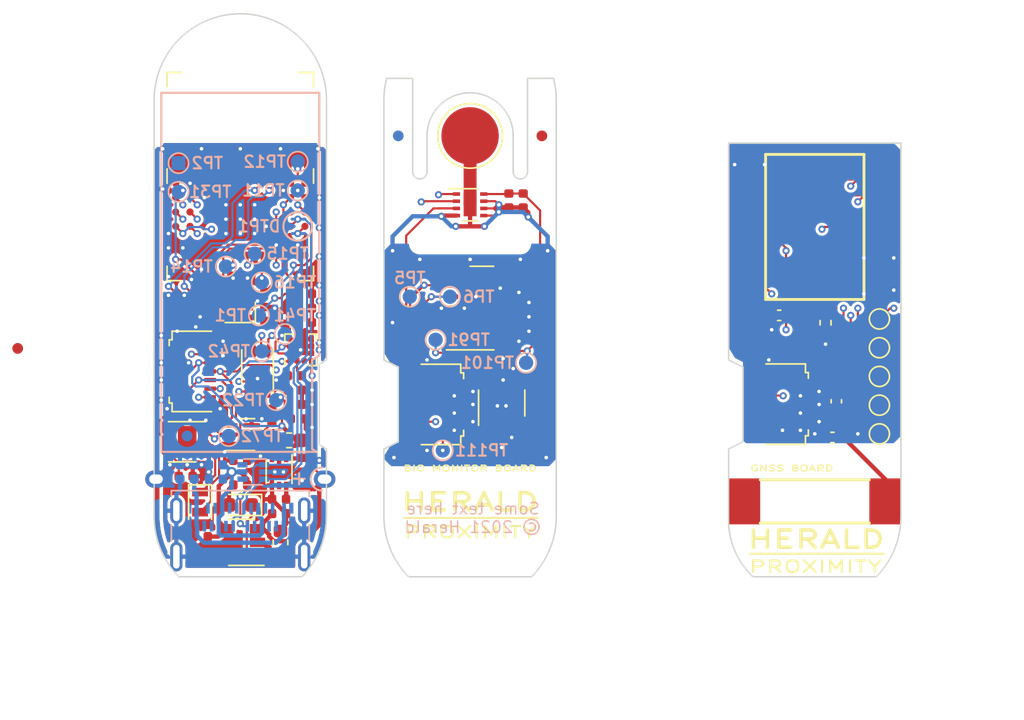
<source format=kicad_pcb>
(kicad_pcb (version 20221018) (generator pcbnew)
  (title_block (title "Herald Bluetooth Wearable Beacon") (rev "0.2") (company "Herald Project") (comment 1 "© 2021 Herald Project Contributors") (comment 2 "Licensed under CERN-OHL-P version 2"))
  (layers (0 "F.Cu" signal) (1 "In1.Cu" signal) (2 "In2.Cu" signal) (31 "B.Cu" signal) (34 "B.Paste" user) (35 "F.Paste" user) (36 "B.SilkS" user "B.Silkscreen") (37 "F.SilkS" user "F.Silkscreen") (38 "B.Mask" user) (39 "F.Mask" user) (44 "Edge.Cuts" user))
  (net 0 "")
  (net 1 "VBUS")
  (net 2 "GND")
  (net 3 "VDD")
  (net 4 "/Core Board/NFC1")
  (net 5 "/Core Board/NFC2")
  (net 6 "+BATT")
  (net 7 "/Core Board/BT_STAT")
  (net 8 "Net-(ANT1-Pad1)")
  (net 9 "/GNSS Board/ANT_RF")
  (net 10 "Net-(D1-GK)")
  (net 11 "Net-(D1-BK)")
  (net 12 "/Core Board/CH_STAT")
  (net 13 "Earth")
  (net 14 "Net-(D1-RK)")
  (net 15 "Net-(D2-A)")
  (net 18 "/Core Board/SDA")
  (net 19 "/Core Board/SCL")
  (net 21 "/Core Board/EXT_INT1")
  (net 22 "/GNSS Board/GNSS_RESETn")
  (net 23 "/Core Board/LED_B")
  (net 24 "/Core Board/LED_G")
  (net 25 "/Core Board/LED_R")
  (net 26 "Net-(IC1-ANT_OFF)")
  (net 28 "/Core Board/LS_INT")
  (net 29 "/Core Board/FLASH_RST")
  (net 30 "/Core Board/FLASH_WP")
  (net 31 "/Core Board/USB_D+")
  (net 32 "/Core Board/USB_D-")
  (net 33 "/Core Board/SWDIO")
  (net 34 "/Core Board/SWDCLK")
  (net 35 "/Core Board/MISO")
  (net 36 "/Core Board/MOSI")
  (net 37 "/Core Board/SCLK")
  (net 38 "/Core Board/ACC_INT1")
  (net 39 "/Core Board/ACC_INT2")
  (net 40 "/Core Board/RTC_INT")
  (net 41 "/Core Board/FLASH_CS")
  (net 46 "GNDPWR")
  (net 48 "/Core Board/EXT_INT2")
  (net 52 "GND1")
  (net 53 "+1V8")
  (net 54 "/GNSS Board/EXT_INT2")
  (net 55 "VDD1")
  (net 57 "Net-(U3-SW)")
  (net 58 "Net-(U2-PROG)")
  (net 59 "Net-(U4-~{CS})")
  (net 65 "Net-(U7-OSCO)")
  (net 66 "Net-(U7-OSCI)")
  (footprint "Capacitor_SMD:C_0402_1005Metric" (layer "F.Cu") (at 147.2 99.4 -90)
    (fp_text reference "C12" hide)
    (fp_text value "4.7uF")
  )
  (footprint "Capacitor_SMD:C_0402_1005Metric" (layer "F.Cu") (at 153.8 106.7)
    (fp_text reference "C23" hide)
    (fp_text value "10nF")
  )
  (footprint "Capacitor_SMD:C_0402_1005Metric" (layer "F.Cu") (at 154.3 110.9 -90)
    (fp_text reference "C32" hide)
    (fp_text value "10uF")
  )
  (footprint "Capacitor_SMD:C_0402_1005Metric" (layer "F.Cu") (at 154.5 100)
    (fp_text reference "C41" hide)
    (fp_text value "10uF")
  )
  (footprint "Capacitor_SMD:C_0402_1005Metric" (layer "F.Cu") (at 154.5 101)
    (fp_text reference "C42" hide)
    (fp_text value "100nF")
  )
  (footprint "Capacitor_SMD:C_0402_1005Metric" (layer "F.Cu") (at 149.5 103.2 -90)
    (fp_text reference "C61" hide)
    (fp_text value "100nF")
  )
  (footprint "Capacitor_SMD:C_0402_1005Metric" (layer "F.Cu") (at 146.2 111.7)
    (fp_text reference "C71" hide)
    (fp_text value "100nF")
  )
  (footprint "Herald_Extras:LED_Kingbright_APHF1608" (layer "F.Cu") (at 150 100.3 180)
    (fp_text reference "D1" hide)
    (fp_text value "LED_ARBG")
  )
  (footprint "MountingHole:MountingHole_2mm" (layer "F.Cu") (at 150 81.8)
    (fp_text reference "H1" hide)
    (fp_text value "MountingHole")
  )
  (footprint "Resistor_SMD:R_0402_1005Metric" (layer "F.Cu") (at 148.3 100.3 -90)
    (fp_text reference "R2" hide)
    (fp_text value "3.9k")
  )
  (footprint "Resistor_SMD:R_0402_1005Metric" (layer "F.Cu") (at 151.2 98.9 180)
    (fp_text reference "R3" hide)
    (fp_text value "1k")
  )
  (footprint "Resistor_SMD:R_0402_1005Metric" (layer "F.Cu") (at 147.25 117.25 180)
    (fp_text reference "R21" hide)
    (fp_text value "10k")
  )
  (footprint "Resistor_SMD:R_0402_1005Metric" (layer "F.Cu") (at 154 107.7 180)
    (fp_text reference "R23" hide)
    (fp_text value "6.8M")
  )
  (footprint "Resistor_SMD:R_0402_1005Metric" (layer "F.Cu") (at 153.8 105.7)
    (fp_text reference "R24" hide)
    (fp_text value "10M")
  )
  (footprint "Resistor_SMD:R_0402_1005Metric" (layer "F.Cu") (at 152.2 107.5 -90)
    (fp_text reference "R51" hide)
    (fp_text value "10k")
  )
  (footprint "Resistor_SMD:R_0402_1005Metric" (layer "F.Cu") (at 150.7 107 180)
    (fp_text reference "R62" hide)
    (fp_text value "10k")
  )
  (footprint "Package_LGA:LGA-12_2x2mm_P0.5mm" (layer "F.Cu") (at 154.2 102.9 90)
    (fp_text reference "U4" hide)
    (fp_text value "LIS2DE12")
  )
  (footprint "Capacitor_SMD:C_0402_1005Metric" (layer "F.Cu") (at 154.5 99)
    (fp_text reference "C11" hide)
    (fp_text value "4.7uF")
  )
  (footprint "OptoDevice:Broadcom_DFN-6_2x2mm_P0.65mm" (layer "F.Cu") (at 150 108.8)
    (fp_text reference "U5" hide)
    (fp_text value "APDS-9250")
  )
  (footprint "Capacitor_SMD:C_0402_1005Metric" (layer "F.Cu") (at 145 100.3 90)
    (fp_text reference "C14" hide)
    (fp_text value "390pF")
  )
  (footprint "Crystal:Crystal_SMD_2012-2Pin_2.0x1.2mm" (layer "F.Cu") (at 147.2 113.5 -90)
    (fp_text reference "Y71" hide)
    (fp_text value "32.768kHz")
  )
  (footprint "LED_SMD:LED_0603_1608Metric" (layer "F.Cu") (at 150 113.7 180)
    (fp_text reference "D2" hide)
    (fp_text value "CHSTAT")
  )
  (footprint "Resistor_SMD:R_0402_1005Metric" (layer "F.Cu") (at 150 112.3)
    (fp_text reference "R22" hide)
    (fp_text value "5.6k")
  )
  (footprint "Capacitor_SMD:C_0402_1005Metric" (layer "F.Cu") (at 152.7 113.3 180)
    (fp_text reference "C31" hide)
    (fp_text value "10uF")
  )
  (footprint "Inductor_SMD:L_0603_1608Metric" (layer "F.Cu") (at 153.4 109.2 180)
    (fp_text reference "L31" hide)
    (fp_text value "2.2uH")
  )
  (footprint "Package_TO_SOT_SMD:SOT-23-5" (layer "F.Cu") (at 150.1 116.3 180)
    (fp_text reference "U2" hide)
    (fp_text value "MCP73832-2-OT")
  )
  (footprint "Capacitor_SMD:C_0402_1005Metric" (layer "F.Cu") (at 147.25 115.9)
    (fp_text reference "C21" hide)
    (fp_text value "4.7uF")
  )
  (footprint "Herald_Extras:SNT-6A" (layer "F.Cu") (at 152.7 111.4 180)
    (fp_text reference "U3" hide)
    (fp_text value "S-85S1A")
  )
  (footprint "Resistor_SMD:R_0603_1608Metric" (layer "F.Cu") (at 152.8 116.3 90)
    (fp_text reference "R4" hide)
    (fp_text value "0")
  )
  (footprint "Capacitor_SMD:C_0402_1005Metric" (layer "F.Cu") (at 152.7 114.3 180)
    (fp_text reference "C22" hide)
    (fp_text value "4.7uF")
  )
  (footprint "Resistor_SMD:R_0402_1005Metric" (layer "F.Cu") (at 149.3 98.9)
    (fp_text reference "R1" hide)
    (fp_text value "0")
  )
  (footprint "Capacitor_SMD:C_0402_1005Metric" (layer "F.Cu") (at 150 110.6 180)
    (fp_text reference "C51" hide)
    (fp_text value "1uF")
  )
  (footprint "Capacitor_SMD:C_0402_1005Metric" (layer "F.Cu") (at 151.7 100.4 90)
    (fp_text reference "C3" hide)
    (fp_text value "10uF")
  )
  (footprint "Capacitor_SMD:C_0402_1005Metric" (layer "F.Cu") (at 153.1 100.6 90)
    (fp_text reference "C43" hide)
    (fp_text value "100nF")
  )
  (footprint "Resistor_SMD:R_0402_1005Metric" (layer "F.Cu") (at 153.8 104.7)
    (fp_text reference "R41" hide)
    (fp_text value "10k")
  )
  (footprint "Herald_Extras:USON-8-1EP_2x3mm_P0.5mm_EP0.25x1.65mm" (layer "F.Cu") (at 151.2 104.4 90)
    (fp_text reference "U6" hide)
    (fp_text value "MX25R8035FZxxx0")
  )
  (footprint "Resistor_SMD:R_0402_1005Metric" (layer "F.Cu") (at 150.2 101.8)
    (fp_text reference "R61" hide)
    (fp_text value "10k")
  )
  (footprint "Herald_Extras:Fanstel_BC833x" (layer "F.Cu") (at 150 96.1)
    (fp_text reference "U1" hide)
    (fp_text value "BC833")
  )
  (footprint "Herald_Extras:DFN-10-1EP_2.6x2.6mm_P0.5mm_EP1.25x2.15mm" (layer "F.Cu") (at 146.3 109.3 180)
    (fp_text reference "U7" hide)
    (fp_text value "PCF85063ATL")
  )
  (footprint "Capacitor_SMD:C_0402_1005Metric" (layer "F.Cu") (at 168.9 99.6)
    (fp_text reference "C91" hide)
    (fp_text value "10uF")
  )
  (footprint "Capacitor_SMD:C_0402_1005Metric" (layer "F.Cu") (at 168.9 100.6)
    (fp_text reference "C92" hide)
    (fp_text value "100nF")
  )
  (footprint "Capacitor_SMD:C_0402_1005Metric" (layer "F.Cu") (at 168.9 101.6)
    (fp_text reference "C93" hide)
    (fp_text value "10uF")
  )
  (footprint "Capacitor_SMD:C_0402_1005Metric" (layer "F.Cu") (at 167.7 109)
    (fp_text reference "C101" hide)
    (fp_text value "1uF")
  )
  (footprint "Fiducial:Fiducial_0.75mm_Mask1.5mm" (layer "F.Cu") (at 171 88)
    (fp_text reference "FID3" hide)
    (fp_text value "Fiducial")
  )
  (footprint "OptoDevice:Maxim_OLGA-14_3.3x5.6mm_P0.8mm" (layer "F.Cu") (at 166 100)
    (fp_text reference "U9" hide)
    (fp_text value "MAX30102")
  )
  (footprint "Package_TO_SOT_SMD:SOT-23-5" (layer "F.Cu") (at 168.2 106.6 90)
    (fp_text reference "U10" hide)
    (fp_text value "TCR3UFxxA")
  )
  (footprint "Capacitor_SMD:C_0402_1005Metric" (layer "F.Cu") (at 167.785 104.2)
    (fp_text reference "C102" hide)
    (fp_text value "1uF")
  )
  (footprint "Herald_Extras:TE_1-2328724-3_2Rows_13Pins_P0.3mm_Horizontal" (layer "F.Cu") (at 145.8 104.4 90)
    (fp_text reference "J2" hide)
    (fp_text value "Extension")
  )
  (footprint "Herald_Extras:TE_1-2328724-3_2Rows_13Pins_P0.3mm_Horizontal" (layer "F.Cu") (at 164.8 106.7 -90)
    (fp_text reference "J3" hide)
    (fp_text value "Extension")
  )
  (footprint "Capacitor_SMD:C_0402_1005Metric" (layer "F.Cu") (at 146.1 100.3 90)
    (fp_text reference "C13" hide)
    (fp_text value "390pF")
  )
  (footprint "TestPoint:TestPoint_Pad_D4.0mm" (layer "F.Cu") (at 166 88)
    (fp_text reference "TP112" hide)
    (fp_text value "ThPad")
  )
  (footprint "Package_SON:WSON-8-1EP_2x2mm_P0.5mm_EP0.9x1.6mm" (layer "F.Cu") (at 166 92.8)
    (fp_text reference "U11" hide)
    (fp_text value "TMP1075")
  )
  (footprint "Capacitor_SMD:C_0402_1005Metric" (layer "F.Cu") (at 169.7 92.5 90)
    (fp_text reference "C112" hide)
    (fp_text value "4.7uF")
  )
  (footprint "Capacitor_SMD:C_0402_1005Metric" (layer "F.Cu") (at 168.7 92.5 90)
    (fp_text reference "C111" hide)
    (fp_text value "100nF")
  )
  (footprint "Fiducial:Fiducial_0.75mm_Mask1.5mm" (layer "F.Cu") (at 134.5 102.8)
    (fp_text reference "FID1" hide)
    (fp_text value "Fiducial")
  )
  (footprint "Herald_Extras:MillSlot_8.0x1.0mm" (layer "F.Cu") (at 166 95.5)
    (fp_text reference "H2" hide)
    (fp_text value "ThermalSlot")
  )
  (footprint "Capacitor_SMD:C_0402_1005Metric" (layer "F.Cu") (at 187.52 100.5 180)
    (fp_text reference "C7" hide)
    (fp_text value "56pF")
  )
  (footprint "Herald_Extras:NN02-224" (layer "F.Cu") (at 190 113.45 180)
    (fp_text reference "ANT1" hide)
    (fp_text value "~" hide)
  )
  (footprint "Capacitor_SMD:C_0402_1005Metric" (layer "F.Cu") (at 191.5 106.48 -90)
    (fp_text reference "C4" hide)
    (fp_text value "120pF")
  )
  (footprint "TestPoint:TestPoint_Pad_D1.0mm" (layer "F.Cu") (at 194.5 100.75)
    (fp_text reference "TP3" hide)
    (fp_text value "VDD1" hide)
  )
  (footprint "Resistor_SMD:R_0402_1005Metric" (layer "F.Cu") (at 190.75 101.01 -90)
    (fp_text reference "R5" hide)
    (fp_text value "10k")
  )
  (footprint "TestPoint:TestPoint_Pad_D1.0mm" (layer "F.Cu") (at 194.5 102.75)
    (fp_text reference "TP4" hide)
    (fp_text value "SDA" hide)
  )
  (footprint "Herald_Extras:TE_1-2328724-3_2Rows_13Pins_P0.3mm_Horizontal" (layer "F.Cu") (at 188.8 106.68 -90)
    (fp_text reference "J4" hide)
    (fp_text value "Extension" hide)
  )
  (footprint "Herald_Extras:SON110P970X1010X230-18N" (layer "F.Cu") (at 190 94.34)
    (fp_text reference "IC1" hide)
    (fp_text value "TESEO-LIV3F")
  )
  (footprint "TestPoint:TestPoint_Pad_D1.0mm" (layer "F.Cu") (at 194.5 104.75)
    (fp_text reference "TP7" hide)
    (fp_text value "SCL" hide)
  )
  (footprint "Capacitor_SMD:C_0402_1005Metric" (layer "F.Cu") (at 191.23 109 180)
    (fp_text reference "C5" hide)
    (fp_text value "Tune (~120pF)" hide)
  )
  (footprint "TestPoint:TestPoint_Pad_D1.0mm" (layer "F.Cu") (at 194.5 108.75)
    (fp_text reference "TP9" hide)
    (fp_text value "GND1" hide)
  )
  (footprint "TestPoint:TestPoint_Pad_D1.0mm" (layer "F.Cu") (at 194.5 106.75)
    (fp_text reference "TP8" hide)
    (fp_text value "GNSS_RESETn" hide)
  )
  (footprint "Herald_Extras:SOT-563" (layer "B.Cu") (at 150.9 111.4 180)
    (fp_text reference "U8" hide)
    (fp_text value "DT1446-04V")
  )
  (footprint "Capacitor_SMD:C_0402_1005Metric" (layer "B.Cu") (at 148.3 111.9)
    (fp_text reference "C2" hide)
    (fp_text value "100nF/100V")
  )
  (footprint "Herald_Extras:USB_C_Receptacle_IPxx" (layer "B.Cu") (at 150 117.3 180)
    (fp_text reference "J1" hide)
    (fp_text value "USB_C_Receptacle_USB2.0")
  )
  (footprint "Inductor_SMD:L_0402_1005Metric" (layer "B.Cu") (at 145.8 111.4 90)
    (fp_text reference "FB1" hide)
    (fp_text value "120R/0.6A")
  )
  (footprint "Herald_Extras:Herald_Battery_Solder_Pads" (layer "B.Cu") (at 150 111.9 180)
    (fp_text reference "BT1" hide)
    (fp_text value "LiPo")
  )
  (footprint "Capacitor_SMD:C_0402_1005Metric" (layer "B.Cu") (at 148.3 110.9)
    (fp_text reference "C1" hide)
    (fp_text value "4.7uF")
  )
  (footprint "Inductor_SMD:L_0402_1005Metric" (layer "B.Cu") (at 146.8 111.4 90)
    (fp_text reference "FB2" hide)
    (fp_text value "120R/0.6A")
  )
  (footprint "TestPoint:TestPoint_Pad_D1.0mm" (layer "B.Cu") (at 154 91.8)
    (fp_text reference "TP11")
    (fp_text value "SWDIO")
  )
  (footprint "TestPoint:TestPoint_Pad_D1.0mm" (layer "B.Cu") (at 149 97.1)
    (fp_text reference "TP14")
    (fp_text value "MISO")
  )
  (footprint "TestPoint:TestPoint_Pad_D1.0mm" (layer "B.Cu") (at 152.5 106.4)
    (fp_text reference "TP22")
    (fp_text value "BTSTAT")
  )
  (footprint "TestPoint:TestPoint_Pad_D1.0mm" (layer "B.Cu") (at 145.7 91.9)
    (fp_text reference "TP31")
    (fp_text value "VDD")
  )
  (footprint "TestPoint:TestPoint_Pad_D1.0mm" (layer "B.Cu") (at 153.1 101.8)
    (fp_text reference "TP41")
    (fp_text value "ACCINT1")
  )
  (footprint "TestPoint:TestPoint_Pad_D1.0mm" (layer "B.Cu") (at 149.2 108.9)
    (fp_text reference "TP72")
    (fp_text value "RTCINT")
  )
  (footprint "TestPoint:TestPoint_Pad_D1.0mm" (layer "B.Cu") (at 154 89.8)
    (fp_text reference "TP12")
    (fp_text value "SWDCLK")
  )
  (footprint "TestPoint:TestPoint_Pad_D1.0mm" (layer "B.Cu") (at 151.5 98.2)
    (fp_text reference "TP16")
    (fp_text value "SCLK")
  )
  (footprint "TestPoint:TestPoint_Pad_D1.0mm" (layer "B.Cu") (at 145.7 89.9)
    (fp_text reference "TP2")
    (fp_text value "GND")
  )
  (footprint "TestPoint:TestPoint_Pad_D1.0mm" (layer "B.Cu") (at 164.6 99.2)
    (fp_text reference "TP6")
    (fp_text value "SDA")
  )
  (footprint "TestPoint:TestPoint_Pad_D1.0mm" (layer "B.Cu") (at 163.6 102.2)
    (fp_text reference "TP91")
    (fp_text value "BIOINT")
  )
  (footprint "TestPoint:TestPoint_Pad_D1.0mm" (layer "B.Cu") (at 169.9 103.8)
    (fp_text reference "TP101")
    (fp_text value "1V8")
  )
  (footprint "TestPoint:TestPoint_Pad_D1.0mm" (layer "B.Cu") (at 164.1 109.9)
    (fp_text reference "TP111")
    (fp_text value "TMPINT")
  )
  (footprint "TestPoint:TestPoint_Pad_D1.0mm" (layer "B.Cu") (at 151.3 100.5)
    (fp_text reference "TP1")
    (fp_text value "VBUS")
  )
  (footprint "Fiducial:Fiducial_0.75mm_Mask1.5mm" (layer "B.Cu") (at 146.3 108.9)
    (fp_text reference "FID2" hide)
    (fp_text value "Fiducial")
  )
  (footprint "TestPoint:TestPoint_Pad_D1.0mm" (layer "B.Cu") (at 151.5 103)
    (fp_text reference "TP42")
    (fp_text value "ACCINT2")
  )
  (footprint "TestPoint:TestPoint_Pad_D1.0mm" (layer "B.Cu") (at 151 96.2)
    (fp_text reference "TP15")
    (fp_text value "MOSI")
  )
  (footprint "TestPoint:TestPoint_Pad_D1.0mm" (layer "B.Cu") (at 161.8 99.2)
    (fp_text reference "TP5")
    (fp_text value "SCL")
  )
  (footprint "Fiducial:Fiducial_0.75mm_Mask1.5mm" (layer "B.Cu") (at 161 88)
    (fp_text reference "FID4" hide)
    (fp_text value "Fiducial")
  )
  (gr_line (start 144.5 110) (end 144.5 85) (stroke (width 0.15)) (layer "B.SilkS"))
  (gr_line (start 155.3 110) (end 144.5 110) (stroke (width 0.15)) (layer "B.SilkS"))
  (gr_circle (center 154 94.3) (end 155 94.3) (stroke (width 0.15)) (fill none) (layer "B.SilkS"))
  (gr_line (start 155.5 103.3) (end 155 103.6) (stroke (width 0.15)) (layer "B.SilkS"))
  (gr_line (start 144.5 85) (end 155.5 85) (stroke (width 0.15)) (layer "B.SilkS"))
  (gr_line (start 155.5 85) (end 155.5 103.3) (stroke (width 0.15)) (layer "B.SilkS"))
  (gr_line (start 155 103.6) (end 155 109.8) (stroke (width 0.15)) (layer "B.SilkS"))
  (gr_line (start 155 109.8) (end 155.3 110) (stroke (width 0.15)) (layer "B.SilkS"))
  (gr_line (start 185.5 117.1) (end 194.8 117.1) (stroke (width 0.15)) (layer "F.SilkS"))
  (gr_line (start 161.4 114.6) (end 170.7 114.6) (stroke (width 0.15)) (layer "F.SilkS"))
  (gr_arc (start 172 114.5) (mid 171.555224 116.767045) (end 170.286836 118.69798) (stroke (width 0.1)) (layer "Edge.Cuts"))
  (gr_arc (start 161.713164 118.69798) (mid 160.444777 116.767045) (end 160 114.5) (stroke (width 0.1)) (layer "Edge.Cuts"))
  (gr_line (start 170.286836 118.69798) (end 161.713164 118.69798) (stroke (width 0.1)) (layer "Edge.Cuts"))
  (gr_line (start 160 109.8) (end 161 109.3) (stroke (width 0.1)) (layer "Edge.Cuts"))
  (gr_line (start 160 109.8) (end 160 114.5) (stroke (width 0.1)) (layer "Edge.Cuts"))
  (gr_line (start 156 109.8) (end 156 114.5) (stroke (width 0.1)) (layer "Edge.Cuts"))
  (gr_line (start 162 84) (end 160.191114 83.99772) (stroke (width 0.1)) (layer "Edge.Cuts"))
  (gr_line (start 169 88) (end 169 90.5) (stroke (width 0.1)) (layer "Edge.Cuts"))
  (gr_line (start 163 88) (end 163 90.5) (stroke (width 0.1)) (layer "Edge.Cuts"))
  (gr_arc (start 144 85.5) (mid 150 79.5) (end 156 85.5) (stroke (width 0.1)) (layer "Edge.Cuts"))
  (gr_line (start 155.5 103.9) (end 155.5 109.5) (stroke (width 0.1)) (layer "Edge.Cuts"))
  (gr_line (start 161 104.1) (end 160 103.6) (stroke (width 0.1)) (layer "Edge.Cuts"))
  (gr_line (start 194.286836 118.69798) (end 185.7 118.69798) (stroke (width 0.1)) (layer "Edge.Cuts"))
  (gr_line (start 170 84) (end 170 90.5) (stroke (width 0.1)) (layer "Edge.Cuts"))
  (gr_line (start 144 114.5) (end 144 85.5) (stroke (width 0.1)) (layer "Edge.Cuts"))
  (gr_line (start 156 85.5) (end 156 103.6) (stroke (width 0.1)) (layer "Edge.Cuts"))
  (gr_line (start 196 88.5) (end 196 114.5) (stroke (width 0.1)) (layer "Edge.Cuts"))
  (gr_arc (start 145.713164 118.69798) (mid 144.444777 116.767045) (end 144 114.5) (stroke (width 0.1)) (layer "Edge.Cuts"))
  (gr_arc (start 170 90.5) (mid 169.5 91) (end 169 90.5) (stroke (width 0.1)) (layer "Edge.Cuts"))
  (gr_line (start 184 109.8) (end 184 115) (stroke (width 0.1)) (layer "Edge.Cuts"))
  (gr_line (start 170 84) (end 171.808881 83.997703) (stroke (width 0.1)) (layer "Edge.Cuts"))
  (gr_arc (start 156 114.5) (mid 155.555224 116.767045) (end 154.286836 118.69798) (stroke (width 0.1)) (layer "Edge.Cuts"))
  (gr_line (start 172 85.5) (end 172 114.5) (stroke (width 0.1)) (layer "Edge.Cuts"))
  (gr_line (start 162 90.5) (end 162 84) (stroke (width 0.1)) (layer "Edge.Cuts"))
  (gr_line (start 160 103.6) (end 160 85.5) (stroke (width 0.1)) (layer "Edge.Cuts"))
  (gr_line (start 154.286836 118.69798) (end 145.713164 118.69798) (stroke (width 0.1)) (layer "Edge.Cuts"))
  (gr_arc (start 160 85.5) (mid 160.04797 84.742806) (end 160.191114 83.99772) (stroke (width 0.1)) (layer "Edge.Cuts"))
  (gr_arc (start 163 88) (mid 166 85) (end 169 88) (stroke (width 0.1)) (layer "Edge.Cuts"))
  (gr_line (start 184 109.8) (end 185 109.3) (stroke (width 0.1)) (layer "Edge.Cuts"))
  (gr_arc (start 163 90.5) (mid 162.5 91) (end 162 90.5) (stroke (width 0.1)) (layer "Edge.Cuts"))
  (gr_arc (start 196 114.5) (mid 195.555223 116.767045) (end 194.286836 118.69798) (stroke (width 0.1)) (layer "Edge.Cuts"))
  (gr_line (start 184 88.5) (end 196 88.5) (stroke (width 0.1)) (layer "Edge.Cuts"))
  (gr_line (start 185 104.1) (end 185 109.3) (stroke (width 0.1)) (layer "Edge.Cuts"))
  (gr_arc (start 171.808881 83.997703) (mid 171.952028 84.742797) (end 172 85.5) (stroke (width 0.1)) (layer "Edge.Cuts"))
  (gr_line (start 156 103.6) (end 155.5 103.9) (stroke (width 0.1)) (layer "Edge.Cuts"))
  (gr_line (start 184 103.6) (end 184 88.5) (stroke (width 0.1)) (layer "Edge.Cuts"))
  (gr_line (start 161 104.1) (end 161 109.3) (stroke (width 0.1)) (layer "Edge.Cuts"))
  (gr_arc (start 185.7 118.69798) (mid 184.487243 117.015753) (end 184 115) (stroke (width 0.1)) (layer "Edge.Cuts"))
  (gr_line (start 155.5 109.5) (end 156 109.8) (stroke (width 0.1)) (layer "Edge.Cuts"))
  (gr_line (start 185 104.1) (end 184 103.6) (stroke (width 0.1)) (layer "Edge.Cuts"))
  (gr_text "DTP1" (at 151.3 94.3) (layer "B.SilkS") (effects (font (size 0.8 0.8)) (justify mirror)))
  (gr_text "+" (at 154.1 111.8) (layer "B.SilkS") (effects (font (size 1 1)) (justify mirror)))
  (gr_text "Some text here\n© 2021 Herald" (at 166.2 114.6) (layer "B.SilkS") (effects (font (size 0.8 0.8) (thickness 0.1)) (justify mirror)))
  (gr_text "PROXIMITY" (at 166 115.6) (layer "F.SilkS") (effects (font (size 0.8 1.2))))
  (gr_text "HERALD" (at 166 113.5) (layer "F.SilkS") (effects (font (size 1.2 1.7) (thickness 0.25))))
  (gr_text "HERALD" (at 190.1 116.1) (layer "F.SilkS") (effects (font (size 1.2 1.7) (thickness 0.25))))
  (gr_text "PROXIMITY" (at 190.05 118) (layer "F.SilkS") (effects (font (size 0.8 1.2))))
  (gr_text "GNSS BOARD" (at 188.4 111.15) (layer "F.SilkS") (effects (font (size 0.4 0.6) (thickness 0.1))))
  (gr_text "BIO MONITOR BOARD" (at 166 111.15) (layer "F.SilkS") (effects (font (size 0.4 0.6) (thickness 0.1))))
  (segment (start 148.49999 114.84999) (end 148.49999 112.38392) (width 0.3) (layer "F.Cu") (net 1))
  (segment (start 149.4 111.4) (end 150 111.4) (width 0.3) (layer "F.Cu") (net 1))
  (segment (start 154.015 99) (end 154.015 98.415) (width 0.15) (layer "F.Cu") (net 1))
  (segment (start 150 111.4) (end 150.485 111.885) (width 0.3) (layer "F.Cu") (net 1))
  (segment (start 152.8 99.3) (end 153.1 99) (width 0.15) (layer "F.Cu") (net 1))
  (segment (start 149.4 111.48391) (end 149.4 111.4) (width 0.3) (layer "F.Cu") (net 1))
  (segment (start 150.485 111.885) (end 150.485 112.3) (width 0.3) (layer "F.Cu") (net 1))
  (segment (start 152.4 99.3) (end 152.8 99.3) (width 0.15) (layer "F.Cu") (net 1))
  (segment (start 153.1 99) (end 154.015 99) (width 0.15) (layer "F.Cu") (net 1))
  (segment (start 154.015 98.415) (end 153.225011 97.625011) (width 0.15) (layer "F.Cu") (net 1))
  (segment (start 153.5 96.3) (end 154.5 96.3) (width 0.15) (layer "F.Cu") (net 1))
  (segment (start 148.49999 112.38392) (end 149.4 111.48391) (width 0.3) (layer "F.Cu") (net 1))
  (segment (start 148.45 115.9) (end 149 115.35) (width 0.3) (layer "F.Cu") (net 1))
  (segment (start 153.225011 97.625011) (end 153.225011 96.574989) (width 0.15) (layer "F.Cu") (net 1))
  (segment (start 147.735 115.9) (end 148.45 115.9) (width 0.3) (layer "F.Cu") (net 1))
  (segment (start 153.225011 96.574989) (end 153.5 96.3) (width 0.15) (layer "F.Cu") (net 1))
  (segment (start 149 115.35) (end 148.49999 114.84999) (width 0.3) (layer "F.Cu") (net 1))
  (via (at 152.4 99.3) (size 0.5) (drill 0.25) (layers "F.Cu" "B.Cu") (net 1))
  (via (at 149.4 111.4) (size 0.7) (drill 0.4) (layers "F.Cu" "B.Cu") (net 1))
  (segment (start 148.5 115.175) (end 148.5 115.670002) (width 0.3) (layer "B.Cu") (net 1))
  (segment (start 151.5 115.670002) (end 151.5 115.175) (width 0.3) (layer "B.Cu") (net 1))
  (segment (start 151.25 113.925) (end 151.25 114.429998) (width 0.3) (layer "B.Cu") (net 1))
  (segment (start 148.75 114.325001) (end 148.75 113.925) (width 0.3) (layer "B.Cu") (net 1))
  (segment (start 150.15 111.4) (end 149.4 111.4) (width 0.3) (layer "B.Cu") (net 1))
  (segment (start 148.75 113.15) (end 148.75 113.925) (width 0.3) (layer "B.Cu") (net 1))
  (segment (start 151.25 114.429998) (end 151.5 114.679998) (width 0.3) (layer "B.Cu") (net 1))
  (segment (start 151.3 100.4) (end 151.3 100.5) (width 0.15) (layer "B.Cu") (net 1))
  (segment (start 149.4 111.4) (end 149.4 112.5) (width 0.3) (layer "B.Cu") (net 1))
  (segment (start 151.345001 115.825001) (end 151.5 115.670002) (width 0.3) (layer "B.Cu") (net 1))
  (segment (start 152.4 99.3) (end 151.3 100.4) (width 0.15) (layer "B.Cu") (net 1))
  (segment (start 148.5 115.175) (end 148.5 114.575001) (width 0.3) (layer "B.Cu") (net 1))
  (segment (start 148.5 115.670002) (end 148.654999 115.825001) (width 0.3) (layer "B.Cu") (net 1))
  (segment (start 151.5 114.679998) (end 151.5 115.175) (width 0.3) (layer "B.Cu") (net 1))
  (segment (start 149.285 111.4) (end 148.785 111.9) (width 0.3) (layer "B.Cu") (net 1))
  (segment (start 148.9 110.9) (end 149.4 111.4) (width 0.3) (layer "B.Cu") (net 1))
  (segment (start 148.654999 115.825001) (end 151.345001 115.825001) (width 0.3) (layer "B.Cu") (net 1))
  (segment (start 148.785 110.9) (end 148.9 110.9) (width 0.3) (layer "B.Cu") (net 1))
  (segment (start 148.5 114.575001) (end 148.75 114.325001) (width 0.3) (layer "B.Cu") (net 1))
  (segment (start 149.4 112.5) (end 148.75 113.15) (width 0.3) (layer "B.Cu") (net 1))
  (segment (start 149.4 111.4) (end 149.285 111.4) (width 0.3) (layer "B.Cu") (net 1))
  (segment (start 152.215 113.3) (end 152.215 113.33) (width 0.3) (layer "F.Cu") (net 2))
  (segment (start 147.983999 109.550001) (end 147.733998 109.3) (width 0.15) (layer "F.Cu") (net 2))
  (segment (start 152.215 113.33) (end 153.185 114.3) (width 0.3) (layer "F.Cu") (net 2))
  (segment (start 151.2 104.6) (end 151.2 104.400011) (width 0.3) (layer "F.Cu") (net 2))
  (segment (start 151.2 116.3) (end 151.5375 116.3) (width 0.3) (layer "F.Cu") (net 2))
  (segment (start 146.1 99.1) (end 146.059001 99.1) (width 0.15) (layer "F.Cu") (net 2))
  (segment (start 147.733998 109.3) (end 147.525 109.3) (width 0.15) (layer "F.Cu") (net 2))
  (segment (start 151.285 99.5) (end 151.7 99.915) (width 0.3) (layer "F.Cu") (net 2))
  (segment (start 147.525 108.3) (end 147.525 107.875) (width 0.3) (layer "F.Cu") (net 2))
  (segment (start 147.525 107.875) (end 147.6 107.8) (width 0.3) (layer "F.Cu") (net 2))
  (segment (start 145.55 98.590999) (end 145.55 98.35) (width 0.15) (layer "F.Cu") (net 2))
  (segment (start 148.072921 109.550001) (end 147.983999 109.550001) (width 0.15) (layer "F.Cu") (net 2))
  (segment (start 151.5375 116.3) (end 152.325 117.0875) (width 0.3) (layer "F.Cu") (net 2))
  (segment (start 149 110) (end 148.52292 110) (width 0.15) (layer "F.Cu") (net 2))
  (segment (start 145.55 98.35) (end 145 97.8) (width 0.15) (layer "F.Cu") (net 2))
  (segment (start 152.215 113.2) (end 152.215 113.23) (width 0.3) (layer "F.Cu") (net 2))
  (segment (start 151.2 99.5) (end 151.285 99.5) (width 0.3) (layer "F.Cu") (net 2))
  (segment (start 146.059001 99.1) (end 145.55 98.590999) (width 0.15) (layer "F.Cu") (net 2))
  (segment (start 153.185 114.2) (end 153.185 115.0275) (width 0.3) (layer "F.Cu") (net 2))
  (segment (start 152.325 117.0875) (end 152.8 117.0875) (width 0.3) (layer "F.Cu") (net 2))
  (segment (start 153.185 115.0275) (end 152.8 115.4125) (width 0.3) (layer "F.Cu") (net 2))
  (segment (start 151.2 104.9) (end 151.2 104.6) (width 0.3) (layer "F.Cu") (net 2))
  (segment (start 148.52292 110) (end 148.072921 109.550001) (width 0.15) (layer "F.Cu") (net 2))
  (via (at 155 108.3) (size 0.5) (drill 0.25) (layers "F.Cu" "B.Cu") (net 2))
  (via (at 151.2 99.5) (size 0.5) (drill 0.25) (layers "F.Cu" "B.Cu") (net 2))
  (via (at 154 95.6) (size 0.5) (drill 0.25) (layers "F.Cu" "B.Cu") (net 2))
  (via (at 146.5 91.3) (size 0.5) (drill 0.25) (layers "F.Cu" "B.Cu") (net 2))
  (via (at 155 105.7) (size 0.5) (drill 0.25) (layers "F.Cu" "B.Cu") (net 2))
  (via (at 146.6 98) (size 0.5) (drill 0.25) (layers "F.Cu" "B.Cu") (net 2))
  (via (at 146.3 110.9) (size 0.5) (drill 0.25) (layers "F.Cu" "B.Cu") (net 2))
  (via (at 155.5 100.5) (size 0.5) (drill 0.25) (layers "F.Cu" "B.Cu") (net 2))
  (via (at 146.9 101.3) (size 0.5) (drill 0.25) (layers "F.Cu" "B.Cu") (net 2))
  (via (at 152.5 105) (size 0.5) (drill 0.25) (layers "F.Cu" "B.Cu") (net 2))
  (via (at 151 92.8) (size 0.5) (drill 0.25) (layers "F.Cu" "B.Cu") (net 2))
  (via (at 144.5 103.8) (size 0.5) (drill 0.25) (layers "F.Cu" "B.Cu") (net 2))
  (via (at 147.2 100.6) (size 0.5) (drill 0.25) (layers "F.Cu" "B.Cu") (net 2))
  (via (at 149 92.8) (size 0.5) (drill 0.25) (layers "F.Cu" "B.Cu") (net 2))
  (via (at 153 91.8) (size 0.5) (drill 0.25) (layers "F.Cu" "B.Cu") (net 2))
  (via (at 147.5 92.3) (size 0.5) (drill 0.25) (layers "F.Cu" "B.Cu") (net 2))
  (via (at 144.5 106.4) (size 0.5) (drill 0.25) (layers "F.Cu" "B.Cu") (net 2))
  (via (at 147.8 111.4) (size 0.5) (drill 0.25) (layers "F.Cu" "B.Cu") (net 2))
  (via (at 145.1 110.9) (size 0.5) (drill 0.25) (layers "F.Cu" "B.Cu") (net 2))
  (via (at 145 99.1) (size 0.5) (drill 0.25) (layers "F.Cu" "B.Cu") (net 2))
  (via (at 152.4 100) (size 0.5) (drill 0.25) (layers "F.Cu" "B.Cu") (net 2))
  (via (at 150.5 97.9) (size 0.5) (drill 0.25) (layers "F.Cu" "B.Cu") (net 2))
  (via (at 154.1 97.7) (size 0.5) (drill 0.25) (layers "F.Cu" "B.Cu") (net 2))
  (via (at 151.4 110.3) (size 0.5) (drill 0.25) (layers "F.Cu" "B.Cu") (net 2))
  (via (at 149.5 97.9) (size 0.5) (drill 0.25) (layers "F.Cu" "B.Cu") (net 2))
  (via (at 150 93.8) (size 0.5) (drill 0.25) (layers "F.Cu" "B.Cu") (net 2))
  (via (at 154.2 102.9) (size 0.5) (drill 0.25) (layers "F.Cu" "B.Cu") (net 2))
  (via (at 144.6 91.7) (size 0.5) (drill 0.25) (layers "F.Cu" "B.Cu") (net 2))
  (via (at 147.3 110.9) (size 0.5) (drill 0.25) (layers "F.Cu" "B.Cu") (net 2))
  (via (at 155.5 94.4) (size 0.5) (drill 0.25) (layers "F.Cu" "B.Cu") (net 2))
  (via (at 155.5 92.3) (size 0.5) (drill 0.25) (layers "F.Cu" "B.Cu") (net 2))
  (via (at 144.9 107) (size 0.5) (drill 0.25) (layers "F.Cu" "B.Cu") (net 2))
  (via (at 151 93.8) (size 0.5) (drill 0.25) (layers "F.Cu" "B.Cu") (net 2))
  (via (at 152.8 88.9) (size 0.5) (drill 0.25) (layers "F.Cu" "B.Cu") (net 2))
  (via (at 148.8 102.3) (size 0.5) (drill 0.25) (layers "F.Cu" "B.Cu") (net 2))
  (via (at 145 95.8) (size 0.5) (drill 0.25) (layers "F.Cu" "B.Cu") (net 2))
  (via (at 145.6 101.6) (size 0.5) (drill 0.25) (layers "F.Cu" "B.Cu") (net 2))
  (via (at 147.3 97.3) (size 0.5) (drill 0.25) (layers "F.Cu" "B.Cu") (net 2))
  (via (at 149 93.8) (size 0.5) (drill 0.25) (layers "F.Cu" "B.Cu") (net 2))
  (via (at 152.5 95.6) (size 0.5) (drill 0.25) (layers "F.Cu" "B.Cu") (net 2))
  (via (at 145 94.8) (size 0.5) (drill 0.25) (layers "F.Cu" "B.Cu") (net 2))
  (via (at 147.6 107.8) (size 0.5) (drill 0.25) (layers "F.Cu" "B.Cu") (net 2))
  (via (at 151.5 107.7) (size 0.5) (drill 0.25) (layers "F.Cu" "B.Cu") (net 2))
  (via (at 150.4 107.7) (size 0.5) (drill 0.25) (layers "F.Cu" "B.Cu") (net 2))
  (via (at 148.6 107) (size 0.5) (drill 0.25) (layers "F.Cu" "B.Cu") (net 2))
  (via (at 155.5 99.5) (size 0.5) (drill 0.25) (layers "F.Cu" "B.Cu") (net 2))
  (via (at 146 95.8) (size 0.5) (drill 0.25) (layers "F.Cu" "B.Cu") (net 2))
  (via (at 153 111.4) (size 0.5) (drill 0.25) (layers "F.Cu" "B.Cu") (net 2))
  (via (at 146.4 103.8) (size 0.5) (drill 0.25) (layers "F.Cu" "B.Cu") (net 2))
  (via (at 155.5 96.4) (size 0.5) (drill 0.25) (layers "F.Cu" "B.Cu") (net 2))
  (via (at 150 94.8) (size 0.5) (drill 0.25) (layers "F.Cu" "B.Cu") (net 2))
  (via (at 155.5 98.4) (size 0.5) (drill 0.25) (layers "F.Cu" "B.Cu") (net 2))
  (via (at 145 97.8) (size 0.5) (drill 0.25) (layers "F.Cu" "B.Cu") (net 2))
  (via (at 144.5 105) (size 0.5) (drill 0.25) (layers "F.Cu" "B.Cu") (net 2))
  (via (at 155.5 110.6) (size 0.5) (drill 0.25) (layers "F.Cu" "B.Cu") (net 2))
  (via (at 144.5 101.9) (size 0.5) (drill 0.25) (layers "F.Cu" "B.Cu") (net 2))
  (via (at 150 92.8) (size 0.5) (drill 0.25) (layers "F.Cu" "B.Cu") (net 2))
  (via (at 154.3 112) (size 0.5) (drill 0.25) (layers "F.Cu" "B.Cu") (net 2))
  (via (at 150 88.9) (size 0.5) (drill 0.25) (layers "F.Cu" "B.Cu") (net 2))
  (via (at 146.1 99.1) (size 0.5) (drill 0.25) (layers "F.Cu" "B.Cu") (net 2))
  (via (at 148.8 103.3) (size 0.5) (drill 0.25) (layers "F.Cu" "B.Cu") (net 2))
  (via (at 155.5 102.4) (size 0.5) (drill 0.25) (layers "F.Cu" "B.Cu") (net 2))
  (via (at 152.4 111.4) (size 0.5) (drill 0.25) (layers "F.Cu" "B.Cu") (net 2))
  (via (at 149 94.8) (size 0.5) (drill 0.25) (layers "F.Cu" "B.Cu") (net 2))
  (via (at 155.5 102.9) (size 0.5) (drill 0.25) (layers "F.Cu" "B.Cu") (net 2))
  (via (at 151.2 104.9) (size 0.5) (drill 0.25) (layers "F.Cu" "B.Cu") (net 2))
  (via (at 151 94.8) (size 0.5) (drill 0.25) (layers "F.Cu" "B.Cu") (net 2))
  (via (at 151.8 94.3) (size 0.5) (drill 0.25) (layers "F.Cu" "B.Cu") (net 2))
  (via (at 144.6 88.9) (size 0.5) (drill 0.25) (layers "F.Cu" "B.Cu") (net 2))
  (via (at 148.9 110) (size 0.5) (drill 0.25) (layers "F.Cu" "B.Cu") (net 2))
  (via (at 155 106.7) (size 0.5) (drill 0.25) (layers "F.Cu" "B.Cu") (net 2))
  (via (at 155.4 88.9) (size 0.5) (drill 0.25) (layers "F.Cu" "B.Cu") (net 2))
  (via (at 146.5 107.8) (size 0.5) (drill 0.25) (layers "F.Cu" "B.Cu") (net 2))
  (via (at 147.3 88.9) (size 0.5) (drill 0.25) (layers "F.Cu" "B.Cu") (net 2))
  (segment (start 145 110.9) (end 145 111) (width 0.15) (layer "B.Cu") (net 2))
  (segment (start 151.65 111.4) (end 152.4 111.4) (width 0.3) (layer "B.Cu") (net 2))
  (segment (start 144.25001 111.64999) (end 144.25001 111.9) (width 0.15) (layer "B.Cu") (net 2))
  (segment (start 153.5 93.3) (end 154.5 93.3) (width 0.15) (layer "B.Cu") (net 2))
  (segment (start 151.8 94.3) (end 152.5 94.3) (width 0.15) (layer "B.Cu") (net 2))
  (segment (start 152.5 94.3) (end 153.5 93.3) (width 0.15) (layer "B.Cu") (net 2))
  (segment (start 145 110.9) (end 144.25001 111.64999) (width 0.15) (layer "B.Cu") (net 2))
  (segment (start 154.5 93.3) (end 155.5 92.3) (width 0.15) (layer "B.Cu") (net 2))
  (segment (start 152.4 111.4) (end 153 111.4) (width 0.3) (layer "B.Cu") (net 2))
  (segment (start 149.25 109.45) (end 149.85 109.45) (width 0.15) (layer "F.Cu") (net 3))
  (segment (start 152.349999 106.194994) (end 152.349999 105.853547) (width 0.15) (layer "F.Cu") (net 3))
  (segment (start 152.715 101.085) (end 152.515 100.885) (width 0.15) (layer "F.Cu") (net 3))
  (segment (start 144.599999 108.973923) (end 144.324989 108.698913) (width 0.15) (layer "F.Cu") (net 3))
  (segment (start 151.97499 108.770292) (end 152.265272 108.48001) (width 0.15) (layer "F.Cu") (net 3))
  (segment (start 146.236068 104.663932) (end 147.1 103.8) (width 0.15) (layer "F.Cu") (net 3))
  (segment (start 149.99999 110.11499) (end 150.485 110.6) (width 0.15) (layer "F.Cu") (net 3))
  (segment (start 148.503546 101.8) (end 149.715 101.8) (width 0.15) (layer "F.Cu") (net 3))
  (segment (start 152.349999 105.853547) (end 153.315 104.888546) (width 0.15) (layer "F.Cu") (net 3))
  (segment (start 152.265272 108.48001) (end 152.61999 108.48001) (width 0.15) (layer "F.Cu") (net 3))
  (segment (start 154.255 110.46) (end 154.3 110.415) (width 0.3) (layer "F.Cu") (net 3))
  (segment (start 147.083001 97.816999) (end 147.033001 97.766999) (width 0.15) (layer "F.Cu") (net 3))
  (segment (start 151.7 100.885) (end 151.285 100.885) (width 0.15) (layer "F.Cu") (net 3))
  (segment (start 152.61999 108.48001) (end 152.9 108.2) (width 0.15) (layer "F.Cu") (net 3))
  (segment (start 147.77999 99.67999) (end 147.77999 99.49499) (width 0.15) (layer "F.Cu") (net 3))
  (segment (start 147.9 103.8) (end 147.1 103.8) (width 0.15) (layer "F.Cu") (net 3))
  (segment (start 149.2125 109.45) (end 149.25 109.45) (width 0.15) (layer "F.Cu") (net 3))
  (segment (start 149.385 103.8) (end 149.5 103.685) (width 0.15) (layer "F.Cu") (net 3))
  (segment (start 150.485 110.6) (end 150.485 110.548998) (width 0.15) (layer "F.Cu") (net 3))
  (segment (start 147.77999 99.49499) (end 147.2 98.915) (width 0.15) (layer "F.Cu") (net 3))
  (segment (start 152.9 108.2) (end 153 108.2125) (width 0.15) (layer "F.Cu") (net 3))
  (segment (start 145.075 110.3) (end 145.225 110.3) (width 0.15) (layer "F.Cu") (net 3))
  (segment (start 152.185 107) (end 152.2 107.015) (width 0.15) (layer "F.Cu") (net 3))
  (segment (start 153.95 101.065) (end 154.015 101) (width 0.15) (layer "F.Cu") (net 3))
  (segment (start 153.2 110.46) (end 154.255 110.46) (width 0.3) (layer "F.Cu") (net 3))
  (segment (start 150.45 103) (end 150.45 103.45) (width 0.15) (layer "F.Cu") (net 3))
  (segment (start 151.49999 109.80001) (end 151.97499 109.32501) (width 0.15) (layer "F.Cu") (net 3))
  (segment (start 153.95 102.1375) (end 153.45 102.1375) (width 0.15) (layer "F.Cu") (net 3))
  (segment (start 151.05 100.65) (end 151.285 100.885) (width 0.15) (layer "F.Cu") (net 3))
  (segment (start 146.236068 106.463932) (end 146.236068 104.663932) (width 0.15) (layer "F.Cu") (net 3))
  (segment (start 144.630549 107.580529) (end 145.119471 107.580529) (width 0.15) (layer "F.Cu") (net 3))
  (segment (start 149.99999 109.59999) (end 149.99999 110.11499) (width 0.15) (layer "F.Cu") (net 3))
  (segment (start 152.9 108.20252) (end 153.89748 109.2) (width 0.3) (layer "F.Cu") (net 3))
  (segment (start 151.233988 109.80001) (end 151.49999 109.80001) (width 0.15) (layer "F.Cu") (net 3))
  (segment (start 150.65 100.65) (end 151.05 100.65) (width 0.15) (layer "F.Cu") (net 3))
  (segment (start 147.2 97.933998) (end 147.083001 97.816999) (width 0.15) (layer "F.Cu") (net 3))
  (segment (start 153.2 110.46) (end 153.2 109.785784) (width 0.3) (layer "F.Cu") (net 3))
  (segment (start 152.2 107.015) (end 152.2 106.344993) (width 0.15) (layer "F.Cu") (net 3))
  (segment (start 144.324989 107.886089) (end 144.630549 107.580529) (width 0.15) (layer "F.Cu") (net 3))
  (segment (start 150.485 110.548998) (end 151.233988 109.80001) (width 0.15) (layer "F.Cu") (net 3))
  (segment (start 152.515 100.885) (end 151.7 100.885) (width 0.15) (layer "F.Cu") (net 3))
  (segment (start 145.715 110.79) (end 145.715 111.7) (width 0.15) (layer "F.Cu") (net 3))
  (segment (start 153.89748 109.2) (end 154.1875 109.2) (width 0.3) (layer "F.Cu") (net 3))
  (segment (start 151.97499 109.32501) (end 151.97499 108.770292) (width 0.15) (layer "F.Cu") (net 3))
  (segment (start 147.77999 99.67999) (end 147.77999 101.076444) (width 0.15) (layer "F.Cu") (net 3))
  (segment (start 153.801716 109.585784) (end 154.1875 109.2) (width 0.3) (layer "F.Cu") (net 3))
  (segment (start 153.1 101.085) (end 152.715 101.085) (width 0.15) (layer "F.Cu") (net 3))
  (segment (start 145.5 91.3) (end 146 91.8) (width 0.15) (layer "F.Cu") (net 3))
  (segment (start 149.715 101.585) (end 150.65 100.65) (width 0.15) (layer "F.Cu") (net 3))
  (segment (start 147.9 103.8) (end 149.385 103.8) (width 0.15) (layer "F.Cu") (net 3))
  (segment (start 153.95 102.1375) (end 153.95 101.065) (width 0.15) (layer "F.Cu") (net 3))
  (segment (start 147.2 97.933998) (end 147.033001 97.766999) (width 0.15) (layer "F.Cu") (net 3))
  (segment (start 149.5 103.685) (end 150.215 103.685) (width 0.15) (layer "F.Cu") (net 3))
  (segment (start 154.3 110.415) (end 154.2 110.415) (width 0.3) (layer "F.Cu") (net 3))
  (segment (start 152.9 108.2) (end 152.9 108.20252) (width 0.3) (layer "F.Cu") (net 3))
  (segment (start 153.45 101.435) (end 153.1 101.085) (width 0.15) (layer "F.Cu") (net 3))
  (segment (start 153.2 109.785784) (end 153.4 109.585784) (width 0.3) (layer "F.Cu") (net 3))
  (segment (start 144.324989 108.698913) (end 144.324989 107.886089) (width 0.15) (layer "F.Cu") (net 3))
  (segment (start 150.45 103.45) (end 150.215 103.685) (width 0.15) (layer "F.Cu") (net 3))
  (segment (start 149.85 109.45) (end 149.99999 109.59999) (width 0.15) (layer "F.Cu") (net 3))
  (segment (start 153.4 109.585784) (end 153.801716 109.585784) (width 0.3) (layer "F.Cu") (net 3))
  (segment (start 144.599999 110.085001) (end 144.599999 108.973923) (width 0.15) (layer "F.Cu") (net 3))
  (segment (start 144.814998 110.3) (end 144.599999 110.085001) (width 0.15) (layer "F.Cu") (net 3))
  (segment (start 153.315 104.888546) (end 153.315 104.7) (width 0.15) (layer "F.Cu") (net 3))
  (segment (start 154.015 101) (end 154.015 100) (width 0.15) (layer "F.Cu") (net 3))
  (segment (start 153.45 102.1375) (end 153.45 101.435) (width 0.15) (layer "F.Cu") (net 3))
  (segment (start 151.185 107) (end 152.185 107) (width 0.15) (layer "F.Cu") (net 3))
  (segment (start 145.075 110.3) (end 144.814998 110.3) (width 0.15) (layer "F.Cu") (net 3))
  (segment (start 149.715 101.8) (end 150.45 102.535) (width 0.15) (layer "F.Cu") (net 3))
  (segment (start 145.225 110.3) (end 145.715 110.79) (width 0.15) (layer "F.Cu") (net 3))
  (segment (start 147.2 98.915) (end 147.2 97.933998) (width 0.15) (layer "F.Cu") (net 3))
  (segment (start 147.77999 101.076444) (end 148.503546 101.8) (width 0.15) (layer "F.Cu") (net 3))
  (segment (start 145.119471 107.580529) (end 146.236068 106.463932) (width 0.15) (layer "F.Cu") (net 3))
  (segment (start 152.9 107.715) (end 152.2 107.015) (width 0.15) (layer "F.Cu") (net 3))
  (segment (start 152.9 108.2) (end 152.9 107.715) (width 0.15) (layer "F.Cu") (net 3))
  (segment (start 149.715 101.8) (end 149.715 101.585) (width 0.15) (layer "F.Cu") (net 3))
  (segment (start 147.033001 97.766999) (end 145.866002 96.6) (width 0.15) (layer "F.Cu") (net 3))
  (segment (start 150.45 102.535) (end 150.45 103) (width 0.15) (layer "F.Cu") (net 3))
  (segment (start 152.2 106.344993) (end 152.349999 106.194994) (width 0.15) (layer "F.Cu") (net 3))
  (segment (start 145.866002 96.6) (end 145.5 96.6) (width 0.15) (layer "F.Cu") (net 3))
  (via (at 152.9 108.2) (size 0.5) (drill 0.25) (layers "F.Cu" "B.Cu") (net 3))
  (via (at 146 91.8) (size 0.5) (drill 0.25) (layers "F.Cu" "B.Cu") (net 3))
  (via (at 145.5 96.6) (size 0.5) (drill 0.25) (layers "F.Cu" "B.Cu") (net 3))
  (via (at 147.1 103.8) (size 0.5) (drill 0.25) (layers "F.Cu" "B.Cu") (net 3))
  (segment (start 145.5 95.4) (end 145.5 94.8) (width 0.15) (layer "B.Cu") (net 3))
  (segment (start 149.366999 107.033001) (end 147.783999 105.450001) (width 0.15) (layer "B.Cu") (net 3))
  (segment (start 146.649999 105.216001) (end 146.649999 104.783999) (width 0.15) (layer "B.Cu") (net 3))
  (segment (start 149.366999 107.333001) (end 149.366999 107.033001) (width 0.15) (layer "B.Cu") (net 3))
  (segment (start 146.883999 105.450001) (end 146.649999 105.216001) (width 0.15) (layer "B.Cu") (net 3))
  (segment (start 152.9 108.2) (end 150.233998 108.2) (width 0.15) (layer "B.Cu") (net 3))
  (segment (start 145.5 96.6) (end 145.5 95.4) (width 0.15) (layer "B.Cu") (net 3))
  (segment (start 146.649999 104.783999) (end 147.1 104.333998) (width 0.15) (layer "B.Cu") (net 3))
  (segment (start 150.233998 108.2) (end 149.366999 107.333001) (width 0.15) (layer "B.Cu") (net 3))
  (segment (start 145.5 92.1) (end 145.7 91.9) (width 0.15) (layer "B.Cu") (net 3))
  (segment (start 147.783999 105.450001) (end 146.883999 105.450001) (width 0.15) (layer "B.Cu") (net 3))
  (segment (start 147.1 104.3) (end 147.1 103.8) (width 0.15) (layer "B.Cu") (net 3))
  (segment (start 147.1 104.333998) (end 147.1 104.3) (width 0.15) (layer "B.Cu") (net 3))
  (segment (start 145.5 95.4) (end 145.5 92.1) (width 0.15) (layer "B.Cu") (net 3))
  (segment (start 146.1 100.785) (end 146.1 101.485002) (width 0.15) (layer "F.Cu") (net 4))
  (segment (start 146.1 100.785) (end 146.62001 100.26499) (width 0.15) (layer "F.Cu") (net 4))
  (segment (start 146.1 101.485002) (end 147.214998 102.6) (width 0.15) (layer "F.Cu") (net 4))
  (segment (start 146.62001 98.954008) (end 146.140999 98.474997) (width 0.15) (layer "F.Cu") (net 4))
  (segment (start 146.140999 98.474997) (end 146.1 98.474997) (width 0.15) (layer "F.Cu") (net 4))
  (segment (start 147.214998 102.6) (end 147.9 102.6) (width 0.15) (layer "F.Cu") (net 4))
  (segment (start 152.5 91.3) (end 152 91.8) (width 0.15) (layer "F.Cu") (net 4))
  (segment (start 146.62001 100.26499) (end 146.62001 98.954008) (width 0.15) (layer "F.Cu") (net 4))
  (via (at 146.1 98.474997) (size 0.5) (drill 0.25) (layers "F.Cu" "B.Cu") (net 4))
  (via (at 152 91.8) (size 0.5) (drill 0.25) (layers "F.Cu" "B.Cu") (net 4))
  (segment (start 149.649999 95.250001) (end 150.315999 95.250001) (width 0.15) (layer "B.Cu") (net 4))
  (segment (start 150.549999 95.016001) (end 150.549999 92.550001) (width 0.15) (layer "B.Cu") (net 4))
  (segment (start 150.549999 92.550001) (end 150.849999 92.250001) (width 0.15) (layer "B.Cu") (net 4))
  (segment (start 149.137491 95.762509) (end 149.649999 95.250001) (width 0.15) (layer "B.Cu") (net 4))
  (segment (start 148.10141 95.762509) (end 149.137491 95.762509) (width 0.15) (layer "B.Cu") (net 4))
  (segment (start 146.1 97.763919) (end 148.10141 95.762509) (width 0.15) (layer "B.Cu") (net 4))
  (segment (start 151.549999 92.250001) (end 152 91.8) (width 0.15) (layer "B.Cu") (net 4))
  (segment (start 150.849999 92.250001) (end 151.549999 92.250001) (width 0.15) (layer "B.Cu") (net 4))
  (segment (start 150.315999 95.250001) (end 150.549999 95.016001) (width 0.15) (layer "B.Cu") (net 4))
  (segment (start 146.1 98.474997) (end 146.1 97.763919) (width 0.15) (layer "B.Cu") (net 4))
  (segment (start 145.025 102.9) (end 145.025 100.81) (width 0.15) (layer "F.Cu") (net 5))
  (segment (start 145.52001 98.954008) (end 145.040999 98.474997) (width 0.15) (layer "F.Cu") (net 5))
  (segment (start 145.025 100.81) (end 145 100.785) (width 0.15) (layer "F.Cu") (net 5))
  (segment (start 151.5 91.3) (end 151 91.8) (width 0.15) (layer "F.Cu") (net 5))
  (segment (start 145.040999 98.474997) (end 145 98.474997) (width 0.15) (layer "F.Cu") (net 5))
  (segment (start 145.52001 100.26499) (end 145.52001 98.954008) (width 0.15) (layer "F.Cu") (net 5))
  (segment (start 145 100.785) (end 145.52001 100.26499) (width 0.15) (layer "F.Cu") (net 5))
  (via (at 145 98.474997) (size 0.5) (drill 0.25) (layers "F.Cu" "B.Cu") (net 5))
  (via (at 151 91.8) (size 0.5) (drill 0.25) (layers "F.Cu" "B.Cu") (net 5))
  (segment (start 150.333998 91.8) (end 149.450001 92.683997) (width 0.15) (layer "B.Cu") (net 5))
  (segment (start 148.978503 95.487499) (end 147.987499 95.487499) (width 0.15) (layer "B.Cu") (net 5))
  (segment (start 147.987499 95.487499) (end 145 98.474997) (width 0.15) (layer "B.Cu") (net 5))
  (segment (start 149.450001 95.016001) (end 148.978503 95.487499) (width 0.15) (layer "B.Cu") (net 5))
  (segment (start 151 91.8) (end 150.333998 91.8) (width 0.15) (layer "B.Cu") (net 5))
  (segment (start 149.450001 92.683997) (end 149.450001 95.016001) (width 0.15) (layer "B.Cu") (net 5))
  (segment (start 155.5 112.41) (end 155.5 112.8) (width 0.3) (layer "F.Cu") (net 6))
  (segment (start 153.9 112.6) (end 153.64 112.34) (width 0.3) (layer "F.Cu") (net 6))
  (segment (start 152.005001 115.890785) (end 152.005001 115.754999) (width 0.3) (layer "F.Cu") (net 6))
  (segment (start 155.67499 112.09501) (end 155.67499 111.9) (width 0.3) (layer "F.Cu") (net 6))
  (segment (start 152.215 114.335) (end 151.2 115.35) (width 0.3) (layer "F.Cu") (net 6))
  (segment (start 153.2 112.34) (end 153.2 113.185) (width 0.3) (layer "F.Cu") (net 6))
  (segment (start 155.5 115.1) (end 155.5 112.8) (width 0.3) (layer "F.Cu") (net 6))
  (segment (start 155.74999 111.77999) (end 155.74999 111.9) (width 0.15) (layer "F.Cu") (net 6))
  (segment (start 153.260774 116.22501) (end 152.339226 116.22501) (width 0.3) (layer "F.Cu") (net 6))
  (segment (start 155.5 112.27) (end 155.67499 112.09501) (width 0.3) (layer "F.Cu") (net 6))
  (segment (start 152.005001 115.754999) (end 151.600002 115.35) (width 0.3) (layer "F.Cu") (net 6))
  (segment (start 153.8 115.685784) (end 154.914216 115.685784) (width 0.3) (layer "F.Cu") (net 6))
  (segment (start 155.67499 112.09501) (end 155.17 112.6) (width 0.3) (layer "F.Cu") (net 6))
  (segment (start 153.8 115.685784) (end 153.260774 116.22501) (width 0.3) (layer "F.Cu") (net 6))
  (segment (start 154.9 110.93) (end 155.74999 111.77999) (width 0.15) (layer "F.Cu") (net 6))
  (segment (start 154.485 108.430282) (end 154.9 108.845282) (width 0.15) (layer "F.Cu") (net 6))
  (segment (start 153.2 113.185) (end 153.185 113.2) (width 0.3) (layer "F.Cu") (net 6))
  (segment (start 153.64 112.34) (end 153.2 112.34) (width 0.3) (layer "F.Cu") (net 6))
  (segment (start 155.17 112.6) (end 153.9 112.6) (width 0.3) (layer "F.Cu") (net 6))
  (segment (start 152.215 114.3) (end 152.215 114.335) (width 0.3) (layer "F.Cu") (net 6))
  (segment (start 151.600002 115.35) (end 151.2 115.35) (width 0.3) (layer "F.Cu") (net 6))
  (segment (start 153.2 112.34) (end 152.7 112.34) (width 0.15) (layer "F.Cu") (net 6))
  (segment (start 152.339226 116.22501) (end 152.005001 115.890785) (width 0.3) (layer "F.Cu") (net 6))
  (segment (start 154.485 107.7) (end 154.485 108.430282) (width 0.15) (layer "F.Cu") (net 6))
  (segment (start 154.914216 115.685784) (end 155.5 115.1) (width 0.3) (layer "F.Cu") (net 6))
  (segment (start 154.9 108.845282) (end 154.9 110.93) (width 0.15) (layer "F.Cu") (net 6))
  (segment (start 147.9 103.2) (end 146.6 103.2) (width 0.15) (layer "F.Cu") (net 6))
  (segment (start 155.5 112.8) (end 155.5 112.27) (width 0.3) (layer "F.Cu") (net 6))
  (via (at 146.6 103.2) (size 0.5) (drill 0.25) (layers "F.Cu" "B.Cu") (net 6))
  (segment (start 153.315 107.085) (end 153.515 107.285) (width 0.15) (layer "F.Cu") (net 7))
  (segment (start 153.315 106.7) (end 153.315 107.085) (width 0.15) (layer "F.Cu") (net 7))
  (segment (start 147 92.8) (end 146.5 92.3) (width 0.15) (layer "F.Cu") (net 7))
  (segment (start 152.815 106.2) (end 153.315 106.7) (width 0.15) (layer "F.Cu") (net 7))
  (segment (start 153.515 107.7) (end 153.515 107.285) (width 0.15) (layer "F.Cu") (net 7))
  (segment (start 152.8 106.2) (end 152.815 106.2) (width 0.15) (layer "F.Cu") (net 7))
  (segment (start 153.315 106.7) (end 153.315 105.7) (width 0.15) (layer "F.Cu") (net 7))
  (via (at 152.8 106.2) (size 0.5) (drill 0.25) (layers "F.Cu" "B.Cu") (net 7))
  (via (at 147 92.8) (size 0.5) (drill 0.25) (layers "F.Cu" "B.Cu") (net 7))
  (segment (start 194.9 111.9) (end 194.9 113.45) (width 0.3) (layer "F.Cu") (net 8))
  (segment (start 191.5 109) (end 192 109) (width 0.3) (layer "F.Cu") (net 8))
  (segment (start 191.5 109) (end 191.5 106.96) (width 0.15) (layer "F.Cu") (net 8))
  (segment (start 192 109) (end 194.9 111.9) (width 0.3) (layer "F.Cu") (net 8))
  (segment (start 192.28 97.64) (end 194.5 97.64) (width 0.15) (layer "F.Cu") (net 9))
  (segment (start 191.5 106) (end 191.5 98.42) (width 0.15) (layer "F.Cu") (net 9))
  (segment (start 191.42 106) (end 191.5 105.92) (width 0.15) (layer "F.Cu") (net 9))
  (segment (start 191.5 98.42) (end 192.28 97.64) (width 0.15) (layer "F.Cu") (net 9))
  (segment (start 148.435 100.65) (end 148.3 100.785) (width 0.15) (layer "F.Cu") (net 10))
  (segment (start 149.35 100.65) (end 148.435 100.65) (width 0.15) (layer "F.Cu") (net 10))
  (segment (start 149.35 99.95) (end 149.35 99.335) (width 0.15) (layer "F.Cu") (net 11))
  (segment (start 149.35 99.335) (end 149.785 98.9) (width 0.15) (layer "F.Cu") (net 11))
  (segment (start 150.7875 114.5125) (end 150.7875 113.7) (width 0.15) (layer "F.Cu") (net 12))
  (segment (start 150.450001 114.849999) (end 150.7875 114.5125) (width 0.15) (layer "F.Cu") (net 12))
  (segment (start 150.450001 116.765003) (end 150.450001 114.849999) (width 0.15) (layer "F.Cu") (net 12))
  (segment (start 151.2 117.25) (end 150.934998 117.25) (width 0.15) (layer "F.Cu") (net 12))
  (segment (start 150.934998 117.25) (end 150.450001 116.765003) (width 0.15) (layer "F.Cu") (net 12))
  (segment (start 145.55 112.95) (end 145.8 112.7) (width 0.3) (layer "B.Cu") (net 13))
  (segment (start 145.55 114.1) (end 145.55 112.95) (width 0.3) (layer "B.Cu") (net 13))
  (segment (start 145.8 111.885) (end 145.8 112.2) (width 0.3) (layer "B.Cu") (net 13))
  (segment (start 145.8 112.7) (end 145.8 112.2) (width 0.3) (layer "B.Cu") (net 13))
  (segment (start 150.65 99.95) (end 150.65 99.55) (width 0.15) (layer "F.Cu") (net 14))
  (segment (start 150.715 99.485) (end 150.715 98.9) (width 0.15) (layer "F.Cu") (net 14))
  (segment (start 150.65 99.55) (end 150.715 99.485) (width 0.15) (layer "F.Cu") (net 14))
  (segment (start 149.2125 112.6025) (end 149.2125 113.7) (width 0.3) (layer "F.Cu") (net 15))
  (segment (start 149.515 112.3) (end 149.2125 112.6025) (width 0.3) (layer "F.Cu") (net 15))
  (segment (start 189.5 103) (end 186.4 103) (width 0.15) (layer "F.Cu") (net 18))
  (segment (start 146.5 94.3) (end 147 94.8) (width 0.15) (layer "F.Cu") (net 18))
  (segment (start 189.92 92.5) (end 189.92 102.58) (width 0.15) (layer "F.Cu") (net 18))
  (segment (start 149.2125 108.8) (end 148.625 108.8) (width 0.15) (layer "F.Cu") (net 18))
  (segment (start 149.8 108.8) (end 149.2125 108.8) (width 0.15) (layer "F.Cu") (net 18))
  (segment (start 148.6 104.4) (end 149.8 104.4) (width 0.15) (layer "F.Cu") (net 18))
  (segment (start 149.37501 106.27501) (end 149.7 106.6) (width 0.15) (layer "F.Cu") (net 18))
  (segment (start 148.42499 107.72499) (end 148 107.3) (width 0.15) (layer "F.Cu") (net 18))
  (segment (start 164.8 99.2) (end 164.4 99.2) (width 0.15) (layer "F.Cu") (net 18))
  (segment (start 147.9 104.4) (end 148.6 104.4) (width 0.15) (layer "F.Cu") (net 18))
  (segment (start 194.5 92.14) (end 190.28 92.14) (width 0.15) (layer "F.Cu") (net 18))
  (segment (start 148.42499 108.59999) (end 148.42499 107.72499) (width 0.15) (layer "F.Cu") (net 18))
  (segment (start 152.16001 103.96001) (end 152.250001 104.050001) (width 0.15) (layer "F.Cu") (net 18))
  (segment (start 164.8 99.2) (end 163.3 99.2) (width 0.15) (layer "F.Cu") (net 18))
  (segment (start 145.2 108.3) (end 145.075 108.3) (width 0.15) (layer "F.Cu") (net 18))
  (segment (start 162.099999 100.400001) (end 162.099999 106.649999) (width 0.15) (layer "F.Cu") (net 18))
  (segment (start 152.250001 104.050001) (end 152.5 104.3) (width 0.15) (layer "F.Cu") (net 18))
  (segment (start 186.4 103) (end 186 103.4) (width 0.15) (layer "F.Cu") (net 18))
  (segment (start 162.099999 100.400001) (end 163.3 99.2) (width 0.15) (layer "F.Cu") (net 18))
  (segment (start 148.6 104.4) (end 149.37501 105.17501) (width 0.15) (layer "F.Cu") (net 18))
  (segment (start 146.2 107.3) (end 145.2 108.3) (width 0.15) (layer "F.Cu") (net 18))
  (segment (start 193 101.25) (end 194.5 102.75) (width 0.15) (layer "F.Cu") (net 18))
  (segment (start 148.625 108.8) (end 148.42499 108.59999) (width 0.15) (layer "F.Cu") (net 18))
  (segment (start 149.7 107.661074) (end 150 107.961074) (width 0.15) (layer "F.Cu") (net 18))
  (segment (start 190.28 92.14) (end 189.92 92.5) (width 0.15) (layer "F.Cu") (net 18))
  (segment (start 186 103.4) (end 186 106.23) (width 0.15) (layer "F.Cu") (net 18))
  (segment (start 150 107.961074) (end 150 108.6) (width 0.15) (layer "F.Cu") (net 18))
  (segment (start 193 100) (end 193 101.25) (width 0.15) (layer "F.Cu") (net 18))
  (segment (start 154.95 104.65) (end 155 104.7) (width 0.15) (layer "F.Cu") (net 18))
  (segment (start 154.95 103.6625) (end 154.95 104.65) (width 0.15) (layer "F.Cu") (net 18))
  (segment (start 193 92.5895) (end 193.4495 92.14) (width 0.15) (layer "F.Cu") (net 18))
  (segment (start 150.23999 103.96001) (end 152.16001 103.96001) (width 0.15) (layer "F.Cu") (net 18))
  (segment (start 163.85 92.05) (end 163.8 92.1) (width 0.15) (layer "F.Cu") (net 18))
  (segment (start 165.05 92.05) (end 163.85 92.05) (width 0.15) (layer "F.Cu") (net 18))
  (segment (start 148 107.3) (end 146.2 107.3) (width 0.15) (layer "F.Cu") (net 18))
  (segment (start 193.4495 92.14) (end 194.5 92.14) (width 0.15) (layer "F.Cu") (net 18))
  (segment (start 186 106.23) (end 186.45 106.68) (width 0.15) (layer "F.Cu") (net 18))
  (segment (start 150 108.6) (end 149.8 108.8) (width 0.15) (layer "F.Cu") (net 18))
  (segment (start 149.7 106.6) (end 149.7 107.661074) (width 0.15) (layer "F.Cu") (net 18))
  (segment (start 162.099999 106.649999) (end 162.15 106.7) (width 0.15) (layer "F.Cu") (net 18))
  (segment (start 149.8 104.4) (end 150.23999 103.96001) (width 0.15) (layer "F.Cu") (net 18))
  (segment (start 162.15 106.7) (end 162.7 106.7) (width 0.15) (layer "F.Cu") (net 18))
  (segment (start 149.37501 105.17501) (end 149.37501 106.27501) (width 0.15) (layer "F.Cu") (net 18))
  (segment (start 186.45 106.68) (end 186.7 106.68) (width 0.15) (layer "F.Cu") (net 18))
  (segment (start 189.92 102.58) (end 189.5 103) (width 0.15) (layer "F.Cu") (net 18))
  (via (at 148.6 104.4) (size 0.5) (drill 0.25) (layers "F.Cu" "B.Cu") (net 18))
  (via (at 193 100) (size 0.5) (drill 0.25) (layers "F.Cu" "B.Cu") (net 18))
  (via (at 147 94.8) (size 0.5) (drill 0.25) (layers "F.Cu" "B.Cu") (net 18))
  (via (at 163.3 99.2) (size 0.5) (drill 0.25) (layers "F.Cu" "B.Cu") (net 18))
  (via (at 152.5 104.3) (size 0.5) (drill 0.25) (layers "F.Cu" "B.Cu") (net 18))
  (via (at 155 104.7) (size 0.5) (drill 0.25) (layers "F.Cu" "B.Cu") (net 18))
  (via (at 193 92.5895) (size 0.5) (drill 0.25) (layers "F.Cu" "B.Cu") (net 18))
  (via (at 163.8 92.1) (size 0.5) (drill 0.25) (layers "F.Cu" "B.Cu") (net 18))
  (segment (start 164.6 99.2) (end 163.3 99.2) (width 0.15) (layer "B.Cu") (net 18))
  (segment (start 161.824989 99.375011) (end 161.824989 101.375011) (width 0.15) (layer "F.Cu") (net 19))
  (segment (start 162.7 107.3) (end 162.15 107.3) (width 0.15) (layer "F.Cu") (net 19))
  (segment (start 149.1 105.433998) (end 149.1 106.388922) (width 0.15) (layer "F.Cu") (net 19))
  (segment (start 153.4 103.7) (end 152.9 103.7) (width 0.15) (layer "F.Cu") (net 19))
  (segment (start 162.8 98.4) (end 161.824989 99.375011) (width 0.15) (layer "F.Cu") (net 19))
  (segment (start 152.5 97) (end 152.5 96.3) (width 0.15) (layer "F.Cu") (net 19))
  (segment (start 145.075 108.8) (end 144.814998 108.8) (width 0.15) (layer "F.Cu") (net 19))
  (segment (start 186.5 102.5) (end 185.725 103.275) (width 0.15) (layer "F.Cu") (net 19))
  (segment (start 153.45 103.6625) (end 153.4375 103.6625) (width 0.15) (layer "F.Cu") (net 19))
  (segment (start 192.5 100.5) (end 192.5 102.75) (width 0.15) (layer "F.Cu") (net 19))
  (segment (start 144.599999 108.000001) (end 144.744461 107.855539) (width 0.15) (layer "F.Cu") (net 19))
  (segment (start 164.8 98.4) (end 162.8 98.4) (width 0.15) (layer "F.Cu") (net 19))
  (segment (start 146.511078 106.6) (end 146.511078 105.588922) (width 0.15) (layer "F.Cu") (net 19))
  (segment (start 190.38 91.04) (end 189.5 91.92) (width 0.15) (layer "F.Cu") (net 19))
  (segment (start 189.145 102.5) (end 186.5 102.5) (width 0.15) (layer "F.Cu") (net 19))
  (segment (start 162.85 92.55) (end 165.05 92.55) (width 0.15) (layer "F.Cu") (net 19))
  (segment (start 145.255539 107.855539) (end 146.511078 106.6) (width 0.15) (layer "F.Cu") (net 19))
  (segment (start 194.5 91.04) (end 190.38 91.04) (width 0.15) (layer "F.Cu") (net 19))
  (segment (start 149.17499 107.87499) (end 149.17499 108.11249) (width 0.15) (layer "F.Cu") (net 19))
  (segment (start 161.824989 101.000011) (end 161.824989 101.375011) (width 0.15) (layer "F.Cu") (net 19))
  (segment (start 192.96 91.04) (end 194.5 91.04) (width 0.15) (layer "F.Cu") (net 19))
  (segment (start 186.45 107.28) (end 186.7 107.28) (width 0.15) (layer "F.Cu") (net 19))
  (segment (start 147.9 105) (end 148.666002 105) (width 0.15) (layer "F.Cu") (net 19))
  (segment (start 161.824989 106.974989) (end 161.824989 101.375011) (width 0.15) (layer "F.Cu") (net 19))
  (segment (start 149.1 106.388922) (end 149.42499 106.713912) (width 0.15) (layer "F.Cu") (net 19))
  (segment (start 189.5 91.92) (end 189.5 102.145) (width 0.15) (layer "F.Cu") (net 19))
  (segment (start 153.4375 103.6625) (end 153.4 103.7) (width 0.15) (layer "F.Cu") (net 19))
  (segment (start 148.666002 105) (end 149.1 105.433998) (width 0.15) (layer "F.Cu") (net 19))
  (segment (start 144.599999 108.585001) (end 144.599999 108.000001) (width 0.15) (layer "F.Cu") (net 19))
  (segment (start 144.744461 107.855539) (end 145.255539 107.855539) (width 0.15) (layer "F.Cu") (net 19))
  (segment (start 162.6 92.6) (end 162.85 92.55) (width 0.15) (layer "F.Cu") (net 19))
  (segment (start 149.42499 106.713912) (end 149.42499 107.62499) (width 0.15) (layer "F.Cu") (net 19))
  (segment (start 192.5 102.75) (end 194.5 104.75) (width 0.15) (layer "F.Cu") (net 19))
  (segment (start 149.42499 107.62499) (end 149.17499 107.87499) (width 0.15) (layer "F.Cu") (net 19))
  (segment (start 192.5 91.5) (end 192.96 91.04) (width 0.15) (layer "F.Cu") (net 19))
  (segment (start 162.15 107.3) (end 161.824989 106.974989) (width 0.15) (layer "F.Cu") (net 19))
  (segment (start 185.725 103.275) (end 185.725 106.555) (width 0.15) (layer "F.Cu") (net 19))
  (segment (start 149.17499 108.11249) (end 149.2125 108.15) (width 0.15) (layer "F.Cu") (net 19))
  (segment (start 185.725 106.555) (end 186.45 107.28) (width 0.15) (layer "F.Cu") (net 19))
  (segment (start 147.9 105) (end 147.1 105) (width 0.15) (layer "F.Cu") (net 19))
  (segment (start 189.5 102.145) (end 189.145 102.5) (width 0.15) (layer "F.Cu") (net 19))
  (segment (start 146.511078 105.588922) (end 147.1 105) (width 0.15) (layer "F.Cu") (net 19))
  (segment (start 144.814998 108.8) (end 144.599999 108.585001) (width 0.15) (layer "F.Cu") (net 19))
  (via (at 192.5 91.5) (size 0.5) (drill 0.25) (layers "F.Cu" "B.Cu") (net 19))
  (via (at 152.9 103.7) (size 0.5) (drill 0.25) (layers "F.Cu" "B.Cu") (net 19))
  (via (at 192.5 100.5) (size 0.5) (drill 0.25) (layers "F.Cu" "B.Cu") (net 19))
  (via (at 162.8 98.4) (size 0.5) (drill 0.25) (layers "F.Cu" "B.Cu") (net 19))
  (via (at 147.1 105) (size 0.5) (drill 0.25) (layers "F.Cu" "B.Cu") (net 19))
  (via (at 152.5 97) (size 0.5) (drill 0.25) (layers "F.Cu" "B.Cu") (net 19))
  (via (at 162.6 92.6) (size 0.5) (drill 0.25) (layers "F.Cu" "B.Cu") (net 19))
  (segment (start 152.9 103.7) (end 150.633998 103.7) (width 0.15) (layer "B.Cu") (net 19))
  (segment (start 150.633998 103.7) (end 149.333998 105) (width 0.15) (layer "B.Cu") (net 19))
  (segment (start 149.333998 105) (end 147.1 105) (width 0.15) (layer "B.Cu") (net 19))
  (segment (start 162.6 98.4) (end 161.8 99.2) (width 0.15) (layer "B.Cu") (net 19))
  (segment (start 162.8 98.4) (end 162.6 98.4) (width 0.15) (layer "B.Cu") (net 19))
  (segment (start 165.874999 99.452001) (end 165.874999 98.947999) (width 0.15) (layer "F.Cu") (net 21))
  (segment (start 185.5 94.34) (end 184.625 94.34) (width 0.15) (layer "F.Cu") (net 21))
  (segment (start 184.5 103) (end 185.45 103.95) (width 0.15) (layer "F.Cu") (net 21))
  (segment (start 166.147999 102.752001) (end 166.147999 99.725001) (width 0.15) (layer "F.Cu") (net 21))
  (segment (start 145.5 92.3) (end 146 92.8) (width 0.15) (layer "F.Cu") (net 21))
  (segment (start 185.45 106.88) (end 186.45 107.88) (width 0.15) (layer "F.Cu") (net 21))
  (segment (start 163.6 103.1) (end 165.8 103.1) (width 0.15) (layer "F.Cu") (net 21))
  (segment (start 184.625 94.34) (end 184.5 94.465) (width 0.15) (layer "F.Cu") (net 21))
  (segment (start 185.45 103.95) (end 185.45 106.88) (width 0.15) (layer "F.Cu") (net 21))
  (segment (start 147.9 105.6) (end 148.6 105.6) (width 0.15) (layer "F.Cu") (net 21))
  (segment (start 166.147999 99.725001) (end 165.874999 99.452001) (width 0.15) (layer "F.Cu") (net 21))
  (segment (start 165.8 103.1) (end 166.147999 102.752001) (width 0.15) (layer "F.Cu") (net 21))
  (segment (start 165.874999 98.947999) (end 166.422998 98.4) (width 0.15) (layer "F.Cu") (net 21))
  (segment (start 166.422998 98.4) (end 167.2 98.4) (width 0.15) (layer "F.Cu") (net 21))
  (segment (start 184.5 94.465) (end 184.5 103) (width 0.15) (layer "F.Cu") (net 21))
  (segment (start 163.6 107.9) (end 162.7 107.9) (width 0.15) (layer "F.Cu") (net 21))
  (segment (start 186.45 107.88) (end 186.7 107.88) (width 0.15) (layer "F.Cu") (net 21))
  (via (at 148.6 105.6) (size 0.5) (drill 0.25) (layers "F.Cu" "B.Cu") (net 21))
  (via (at 146 92.8) (size 0.5) (drill 0.25) (layers "F.Cu" "B.Cu") (net 21))
  (via (at 163.6 103.1) (size 0.5) (drill 0.25) (layers "F.Cu" "B.Cu") (net 21))
  (via (at 163.6 107.9) (size 0.5) (drill 0.25) (layers "F.Cu" "B.Cu") (net 21))
  (segment (start 163.6 102.2) (end 163.6 103.1) (width 0.15) (layer "B.Cu") (net 21))
  (segment (start 194 106.75) (end 194.5 106.75) (width 0.15) (layer "F.Cu") (net 22))
  (segment (start 186.74 98.74) (end 185.5 98.74) (width 0.15) (layer "F.Cu") (net 22))
  (segment (start 192 100) (end 192 104.75) (width 0.15) (layer "F.Cu") (net 22))
  (segment (start 187 99) (end 186.74 98.74) (width 0.15) (layer "F.Cu") (net 22))
  (segment (start 192 104.75) (end 194 106.75) (width 0.15) (layer "F.Cu") (net 22))
  (via (at 187 99) (size 0.5) (drill 0.25) (layers "F.Cu" "B.Cu") (net 22))
  (via (at 192 100) (size 0.5) (drill 0.25) (layers "F.Cu" "B.Cu") (net 22))
  (segment (start 149.283999 95.849999) (end 151.583999 95.849999) (width 0.15) (layer "F.Cu") (net 23))
  (segment (start 152.77501 94.01387) (end 152.77501 93.690992) (width 0.15) (layer "F.Cu") (net 23))
  (segment (start 151.583999 95.849999) (end 152.774989 94.659009) (width 0.15) (layer "F.Cu") (net 23))
  (segment (start 148.815 98.9) (end 148.815 96.318998) (width 0.15) (layer "F.Cu") (net 23))
  (segment (start 152.774989 94.125011) (end 152.774989 94.1) (width 0.15) (layer "F.Cu") (net 23))
  (segment (start 152.77501 93.690992) (end 153 93.466002) (width 0.15) (layer "F.Cu") (net 23))
  (segment (start 152.774989 94.013891) (end 152.77501 94.01387) (width 0.15) (layer "F.Cu") (net 23))
  (segment (start 153.5 92.3) (end 153 92.8) (width 0.15) (layer "F.Cu") (net 23))
  (segment (start 152.774989 94.125011) (end 152.774989 94.013891) (width 0.15) (layer "F.Cu") (net 23))
  (segment (start 148.815 96.318998) (end 149.283999 95.849999) (width 0.15) (layer "F.Cu") (net 23))
  (segment (start 153 93.466002) (end 153 92.8) (width 0.15) (layer "F.Cu") (net 23))
  (segment (start 152.774989 94.659009) (end 152.774989 94.125011) (width 0.15) (layer "F.Cu") (net 23))
  (via (at 153 92.8) (size 0.5) (drill 0.25) (layers "F.Cu" "B.Cu") (net 23))
  (segment (start 152.5 93.899958) (end 152.5 93.3) (width 0.15) (layer "F.Cu") (net 24))
  (segment (start 152.499979 94.500021) (end 152.499979 93.899979) (width 0.15) (layer "F.Cu") (net 24))
  (segment (start 154.5 93.3) (end 154 92.8) (width 0.15) (layer "F.Cu") (net 24))
  (segment (start 148.3 96.445076) (end 149.170087 95.574989) (width 0.15) (layer "F.Cu") (net 24))
  (segment (start 152.499979 93.899979) (end 152.5 93.899958) (width 0.15) (layer "F.Cu") (net 24))
  (segment (start 151.425011 95.574989) (end 152.499979 94.500021) (width 0.15) (layer "F.Cu") (net 24))
  (segment (start 149.170087 95.574989) (end 151.425011 95.574989) (width 0.15) (layer "F.Cu") (net 24))
  (segment (start 148.3 99.815) (end 148.3 96.445076) (width 0.15) (layer "F.Cu") (net 24))
  (via (at 154 92.8) (size 0.5) (drill 0.25) (layers "F.Cu" "B.Cu") (net 24))
  (via (at 152.5 93.3) (size 0.5) (drill 0.25) (layers "F.Cu" "B.Cu") (net 24))
  (segment (start 151.685 98.9) (end 152.950001 97.634999) (width 0.15) (layer "F.Cu") (net 25))
  (segment (start 153.05002 93.804904) (end 153.5 93.354924) (width 0.15) (layer "F.Cu") (net 25))
  (segment (start 152.950001 94.872919) (end 153.049999 94.772921) (width 0.15) (layer "F.Cu") (net 25))
  (segment (start 153.5 93.354924) (end 153.5 93.3) (width 0.15) (layer "F.Cu") (net 25))
  (segment (start 153.049999 94.127803) (end 153.05002 94.127782) (width 0.15) (layer "F.Cu") (net 25))
  (segment (start 152.950001 97.634999) (end 152.950001 94.872919) (width 0.15) (layer "F.Cu") (net 25))
  (segment (start 153.05002 94.127782) (end 153.05002 93.804904) (width 0.15) (layer "F.Cu") (net 25))
  (segment (start 153.049999 94.772921) (end 153.049999 94.127803) (width 0.15) (layer "F.Cu") (net 25))
  (segment (start 190.75 96.25) (end 190.75 100.5) (width 0.15) (layer "F.Cu") (net 26))
  (segment (start 194.5 95.44) (end 191.56 95.44) (width 0.15) (layer "F.Cu") (net 26))
  (segment (start 191.56 95.44) (end 190.75 96.25) (width 0.15) (layer "F.Cu") (net 26))
  (segment (start 151.69998 108.48502) (end 151.69998 109.12502) (width 0.15) (layer "F.Cu") (net 28))
  (segment (start 151.69998 109.12502) (end 151.375 109.45) (width 0.15) (layer "F.Cu") (net 28))
  (segment (start 152.2 107.985) (end 151.69998 108.48502) (width 0.15) (layer "F.Cu") (net 28))
  (segment (start 151.375 109.45) (end 150.7875 109.45) (width 0.15) (layer "F.Cu") (net 28))
  (segment (start 150.95 103) (end 150.95 102.35) (width 0.15) (layer "F.Cu") (net 29))
  (segment (start 150.685 101.8) (end 150.685 102.085) (width 0.15) (layer "F.Cu") (net 29))
  (segment (start 150.685 102.085) (end 150.95 102.35) (width 0.15) (layer "F.Cu") (net 29))
  (segment (start 150.44499 106.45001) (end 151.094983 106.45001) (width 0.15) (layer "F.Cu") (net 30))
  (segment (start 150.215 106.68) (end 150.44499 106.45001) (width 0.15) (layer "F.Cu") (net 30))
  (segment (start 151.45 106.094993) (end 151.45 105.8) (width 0.15) (layer "F.Cu") (net 30))
  (segment (start 151.094983 106.45001) (end 151.45 106.094993) (width 0.15) (layer "F.Cu") (net 30))
  (segment (start 150.215 107) (end 150.215 106.68) (width 0.15) (layer "F.Cu") (net 30))
  (segment (start 154 93.8) (end 153.5 94.3) (width 0.15) (layer "F.Cu") (net 31))
  (via (at 154 93.8) (size 0.5) (drill 0.25) (layers "F.Cu" "B.Cu") (net 31))
  (segment (start 153.994461 104.305539) (end 154.92501 103.37499) (width 0.15) (layer "B.Cu") (net 31))
  (segment (start 150.450001 113.316001) (end 150.25 113.516002) (width 0.15) (layer "B.Cu") (net 31))
  (segment (start 149.649999 114.500001) (end 149.5 114.65) (width 0.15) (layer "B.Cu") (net 31))
  (segment (start 153.166002 111.9) (end 154.25 110.816002) (width 0.15) (layer "B.Cu") (net 31))
  (segment (start 150.450001 113.038921) (end 150.450001 113.316001) (width 0.15) (layer "B.Cu") (net 31))
  (segment (start 153.994461 105.105539) (end 153.994461 104.305539) (width 0.15) (layer "B.Cu") (net 31))
  (segment (start 154 93.8) (end 154.5 93.8) (width 0.2) (layer "B.Cu") (net 31))
  (segment (start 149.5 114.65) (end 149.5 115.175) (width 0.15) (layer "B.Cu") (net 31))
  (segment (start 150.25 113.516002) (end 150.25 113.925) (width 0.15) (layer "B.Cu") (net 31))
  (segment (start 150.035001 114.500001) (end 149.649999 114.500001) (width 0.15) (layer "B.Cu") (net 31))
  (segment (start 153.6 93.8) (end 154 93.8) (width 0.2) (layer "B.Cu") (net 31))
  (segment (start 151.65 111.9) (end 151.6 111.9) (width 0.15) (layer "B.Cu") (net 31))
  (segment (start 150.25 113.925) (end 150.25 114.285002) (width 0.15) (layer "B.Cu") (net 31))
  (segment (start 154.25 105.35) (end 154.25 108.95) (width 0.15) (layer "B.Cu") (net 31))
  (segment (start 154.25 110.816002) (end 154.25 108.95) (width 0.15) (layer "B.Cu") (net 31))
  (segment (start 150.25 114.285002) (end 150.035001 114.500001) (width 0.15) (layer "B.Cu") (net 31))
  (segment (start 154.099998 105.211076) (end 154.111076 105.211076) (width 0.15) (layer "B.Cu") (net 31))
  (segment (start 151.65 111.9) (end 153.166002 111.9) (width 0.15) (layer "B.Cu") (net 31))
  (segment (start 153.994461 105.105539) (end 154.099998 105.211076) (width 0.15) (layer "B.Cu") (net 31))
  (segment (start 154.92501 94.22501) (end 154.5 93.8) (width 0.15) (layer "B.Cu") (net 31))
  (segment (start 154.25 108.95) (end 154.25 109.55) (width 0.15) (layer "B.Cu") (net 31))
  (segment (start 151 112.5) (end 150.988922 112.5) (width 0.15) (layer "B.Cu") (net 31))
  (segment (start 151.6 111.9) (end 151 112.5) (width 0.15) (layer "B.Cu") (net 31))
  (segment (start 150.988922 112.5) (end 150.450001 113.038921) (width 0.15) (layer "B.Cu") (net 31))
  (segment (start 154.111076 105.211076) (end 154.25 105.35) (width 0.15) (layer "B.Cu") (net 31))
  (segment (start 154.92501 103.37499) (end 154.92501 94.22501) (width 0.15) (layer "B.Cu") (net 31))
  (segment (start 150 115) (end 150 113.1) (width 0.15) (layer "F.Cu") (net 32))
  (segment (start 154 94.8) (end 154.5 94.3) (width 0.15) (layer "F.Cu") (net 32))
  (via (at 150 113.1) (size 0.5) (drill 0.25) (layers "F.Cu" "B.Cu") (net 32))
  (via (at 150 115) (size 0.5) (drill 0.25) (layers "F.Cu" "B.Cu") (net 32))
  (via (at 154 94.8) (size 0.5) (drill 0.25) (layers "F.Cu" "B.Cu") (net 32))
  (segment (start 154 94.8) (end 153.6 94.8) (width 0.2) (layer "B.Cu") (net 32))
  (segment (start 149.75 113.35) (end 149.75 113.925) (width 0.15) (layer "B.Cu") (net 32))
  (segment (start 151.65 110.9) (end 151.15 110.9) (width 0.15) (layer "B.Cu") (net 32))
  (segment (start 154.65 94.95) (end 154.650001 103.261077) (width 0.15) (layer "B.Cu") (net 32))
  (segment (start 150.9 111.15) (end 150.9 112.2) (width 0.15) (layer "B.Cu") (net 32))
  (segment (start 150.5 115.175) (end 150.175 115.175) (width 0.15) (layer "B.Cu") (net 32))
  (segment (start 151.15 110.9) (end 150.9 111.15) (width 0.15) (layer "B.Cu") (net 32))
  (segment (start 154.650001 103.261077) (end 153.719451 104.191627) (width 0.15) (layer "B.Cu") (net 32))
  (segment (start 153.3 110.9) (end 151.65 110.9) (width 0.15) (layer "B.Cu") (net 32))
  (segment (start 154.5 94.8) (end 154.65 94.95) (width 0.15) (layer "B.Cu") (net 32))
  (segment (start 150.175 115.175) (end 150 115) (width 0.15) (layer "B.Cu") (net 32))
  (segment (start 153.97499 105.47499) (end 153.97499 110.70209) (width 0.15) (layer "B.Cu") (net 32))
  (segment (start 154.5 94.8) (end 154 94.8) (width 0.2) (layer "B.Cu") (net 32))
  (segment (start 153.719451 105.219451) (end 153.97499 105.47499) (width 0.15) (layer "B.Cu") (net 32))
  (segment (start 150 113.1) (end 149.75 113.35) (width 0.15) (layer "B.Cu") (net 32))
  (segment (start 153.719451 104.191627) (end 153.719451 105.219451) (width 0.15) (layer "B.Cu") (net 32))
  (segment (start 153.77708 110.9) (end 153.3 110.9) (width 0.15) (layer "B.Cu") (net 32))
  (segment (start 153.97499 110.70209) (end 153.77708 110.9) (width 0.15) (layer "B.Cu") (net 32))
  (segment (start 150.6 112.5) (end 150 113.1) (width 0.15) (layer "B.Cu") (net 32))
  (segment (start 150.9 112.2) (end 150.6 112.5) (width 0.15) (layer "B.Cu") (net 32))
  (segment (start 154.5 91.3) (end 154 91.8) (width 0.15) (layer "F.Cu") (net 33))
  (via (at 154 91.8) (size 0.5) (drill 0.25) (layers "F.Cu" "B.Cu") (net 33))
  (segment (start 154 90.3) (end 154 90.8) (width 0.15) (layer "F.Cu") (net 34))
  (segment (start 154 90.8) (end 153.5 91.3) (width 0.15) (layer "F.Cu") (net 34))
  (via (at 154 90.3) (size 0.5) (drill 0.25) (layers "F.Cu" "B.Cu") (net 34))
  (segment (start 153.8 90.1) (end 154 90.3) (width 0.15) (layer "B.Cu") (net 34))
  (segment (start 150.95 105.8) (end 150.95 105.35) (width 0.15) (layer "F.Cu") (net 35))
  (segment (start 150.95 105.35) (end 150.7 105.1) (width 0.15) (layer "F.Cu") (net 35))
  (segment (start 149.5 97) (end 149.5 96.3) (width 0.15) (layer "F.Cu") (net 35))
  (segment (start 150.7 105.1) (end 149.9 105.1) (width 0.15) (layer "F.Cu") (net 35))
  (via (at 149.5 97) (size 0.5) (drill 0.25) (layers "F.Cu" "B.Cu") (net 35))
  (via (at 149.9 105.1) (size 0.5) (drill 0.25) (layers "F.Cu" "B.Cu") (net 35))
  (segment (start 149 97) (end 148.9 96.9) (width 0.15) (layer "B.Cu") (net 35))
  (segment (start 149.5 97) (end 149 97) (width 0.15) (layer "B.Cu") (net 35))
  (segment (start 151.95 102.15) (end 152.2 101.9) (width 0.15) (layer "F.Cu") (net 36))
  (segment (start 151.95 103) (end 151.95 102.15) (width 0.15) (layer "F.Cu") (net 36))
  (segment (start 150.5 97) (end 150.5 96.3) (width 0.15) (layer "F.Cu") (net 36))
  (via (at 150.5 97) (size 0.5) (drill 0.25) (layers "F.Cu" "B.Cu") (net 36))
  (via (at 152.2 101.9) (size 0.5) (drill 0.25) (layers "F.Cu" "B.Cu") (net 36))
  (segment (start 151 96.2) (end 151 96.5) (width 0.15) (layer "B.Cu") (net 36))
  (segment (start 151 96.5) (end 150.5 97) (width 0.15) (layer "B.Cu") (net 36))
  (segment (start 151.5 97.9) (end 151.4944 96.3056) (width 0.15) (layer "F.Cu") (net 37))
  (segment (start 151.4944 96.3056) (end 151.5 96.3) (width 0.15) (layer "F.Cu") (net 37))
  (segment (start 151.45 103) (end 151.45 101.95) (width 0.15) (layer "F.Cu") (net 37))
  (segment (start 151.45 101.95) (end 151.5 101.9) (width 0.15) (layer "F.Cu") (net 37))
  (via (at 151.5 101.9) (size 0.5) (drill 0.25) (layers "F.Cu" "B.Cu") (net 37))
  (via (at 151.5 97.9) (size 0.5) (drill 0.25) (layers "F.Cu" "B.Cu") (net 37))
  (segment (start 153.7 97) (end 154.466002 97) (width 0.15) (layer "F.Cu") (net 38))
  (segment (start 152.449999 102.350001) (end 152.9 101.9) (width 0.15) (layer "F.Cu") (net 38))
  (segment (start 152.683999 103.150001) (end 152.449999 102.916001) (width 0.15) (layer "F.Cu") (net 38))
  (segment (start 153.4375 103.15) (end 152.683999 103.150001) (width 0.15) (layer "F.Cu") (net 38))
  (segment (start 154.466002 97) (end 154.950001 96.516001) (width 0.15) (layer "F.Cu") (net 38))
  (segment (start 152.449999 102.916001) (end 152.449999 102.350001) (width 0.15) (layer "F.Cu") (net 38))
  (segment (start 154.950001 96.516001) (end 154.950001 92.750001) (width 0.15) (layer "F.Cu") (net 38))
  (segment (start 154.950001 92.750001) (end 154.5 92.3) (width 0.15) (layer "F.Cu") (net 38))
  (via (at 153.7 97) (size 0.5) (drill 0.25) (layers "F.Cu" "B.Cu") (net 38))
  (via (at 152.9 101.9) (size 0.5) (drill 0.25) (layers "F.Cu" "B.Cu") (net 38))
  (segment (start 152.9 101.9) (end 152.9 98.3) (width 0.15) (layer "B.Cu") (net 38))
  (segment (start 152.9 98.233998) (end 152.9 98.3) (width 0.15) (layer "B.Cu") (net 38))
  (segment (start 153.7 97.433998) (end 152.9 98.233998) (width 0.15) (layer "B.Cu") (net 38))
  (segment (start 153.7 97) (end 153.7 97.433998) (width 0.15) (layer "B.Cu") (net 38))
  (segment (start 145.5 94.3) (end 146 94.8) (width 0.15) (layer "F.Cu") (net 39))
  (segment (start 152.9 102.7) (end 152.95 102.65) (width 0.15) (layer "F.Cu") (net 39))
  (segment (start 152.95 102.65) (end 153.4375 102.65) (width 0.15) (layer "F.Cu") (net 39))
  (via (at 148 94.5) (size 0.5) (drill 0.25) (layers "F.Cu" "B.Cu") (net 39))
  (via (at 146 94.8) (size 0.5) (drill 0.25) (layers "F.Cu" "B.Cu") (net 39))
  (via (at 152.9 102.7) (size 0.5) (drill 0.25) (layers "F.Cu" "B.Cu") (net 39))
  (segment (start 152.6 103) (end 152.9 102.7) (width 0.15) (layer "B.Cu") (net 39))
  (segment (start 148 94.5) (end 147.5 94.5) (width 0.15) (layer "B.Cu") (net 39))
  (segment (start 146 94.8) (end 146.1 94.8) (width 0.15) (layer "B.Cu") (net 39))
  (segment (start 151.5 103) (end 152.6 103) (width 0.15) (layer "B.Cu") (net 39))
  (segment (start 146.450001 94.349999) (end 146 94.8) (width 0.15) (layer "B.Cu") (net 39))
  (segment (start 147.5 94.5) (end 147.349999 94.349999) (width 0.15) (layer "B.Cu") (net 39))
  (segment (start 147.349999 94.349999) (end 146.450001 94.349999) (width 0.15) (layer "B.Cu") (net 39))
  (segment (start 147.525 108.8) (end 147.9 108.8) (width 0.15) (layer "F.Cu") (net 40))
  (segment (start 145.5 93.3) (end 146 93.8) (width 0.15) (layer "F.Cu") (net 40))
  (segment (start 147.9 108.8) (end 148.2 109.1) (width 0.15) (layer "F.Cu") (net 40))
  (via (at 146 93.8) (size 0.5) (drill 0.25) (layers "F.Cu" "B.Cu") (net 40))
  (via (at 148.2 109.1) (size 0.5) (drill 0.25) (layers "F.Cu" "B.Cu") (net 40))
  (segment (start 149.2 108.9) (end 148.4 108.9) (width 0.15) (layer "B.Cu") (net 40))
  (segment (start 148.4 108.9) (end 148.2 109.1) (width 0.15) (layer "B.Cu") (net 40))
  (segment (start 150.45 105.8) (end 149.9 105.8) (width 0.15) (layer "F.Cu") (net 41))
  (segment (start 146.5 93.3) (end 147 93.8) (width 0.15) (layer "F.Cu") (net 41))
  (via (at 147 93.8) (size 0.5) (drill 0.25) (layers "F.Cu" "B.Cu") (net 41))
  (via (at 149.9 105.8) (size 0.5) (drill 0.25) (layers "F.Cu" "B.Cu") (net 41))
  (segment (start 146.95 112.95) (end 146.8 112.8) (width 0.3) (layer "B.Cu") (net 46))
  (segment (start 146.8 111.885) (end 146.8 112.8) (width 0.3) (layer "B.Cu") (net 46))
  (segment (start 152.479991 116.325011) (end 153 115.805002) (width 0.3) (layer "B.Cu") (net 46))
  (segment (start 153.05 113.925) (end 153.05 115.125) (width 0.3) (layer "B.Cu") (net 46))
  (segment (start 146.95 115.125) (end 147 115.175) (width 0.3) (layer "B.Cu") (net 46))
  (segment (start 147 115.175) (end 147 115.85) (width 0.3) (layer "B.Cu") (net 46))
  (segment (start 146.95 113.925) (end 146.95 112.95) (width 0.3) (layer "B.Cu") (net 46))
  (segment (start 147 115.85) (end 147.475011 116.325011) (width 0.3) (layer "B.Cu") (net 46))
  (segment (start 147.475011 116.325011) (end 152.479991 116.325011) (width 0.3) (layer "B.Cu") (net 46))
  (segment (start 146.95 113.925) (end 146.95 115.125) (width 0.3) (layer "B.Cu") (net 46))
  (segment (start 153.05 115.125) (end 153 115.175) (width 0.3) (layer "B.Cu") (net 46))
  (segment (start 153 115.805002) (end 153 115.175) (width 0.3) (layer "B.Cu") (net 46))
  (segment (start 164.05 93.05) (end 165.05 93.05) (width 0.15) (layer "F.Cu") (net 48))
  (segment (start 162.15 108.5) (end 162.7 108.5) (width 0.15) (layer "F.Cu") (net 48))
  (segment (start 164.1 109.079998) (end 164.1 109.9) (width 0.15) (layer "F.Cu") (net 48))
  (segment (start 163.520002 108.5) (end 164.1 109.079998) (width 0.15) (layer "F.Cu") (net 48))
  (segment (start 161.549979 97.450021) (end 161.549979 107.899979) (width 0.15) (layer "F.Cu") (net 48))
  (segment (start 161.549979 107.899979) (end 162.15 108.5) (width 0.15) (layer "F.Cu") (net 48))
  (segment (start 163.449958 93.05) (end 161.549979 94.949979) (width 0.15) (layer "F.Cu") (net 48))
  (segment (start 161.549979 97.450021) (end 161.549979 97.050021) (width 0.15) (layer "F.Cu") (net 48))
  (segment (start 162.7 108.5) (end 163.520002 108.5) (width 0.15) (layer "F.Cu") (net 48))
  (segment (start 161.549979 97.050021) (end 161.549979 96.950021) (width 0.15) (layer "F.Cu") (net 48))
  (segment (start 165.05 93.05) (end 163.449958 93.05) (width 0.15) (layer "F.Cu") (net 48))
  (segment (start 163.75 93.05) (end 164.05 93.05) (width 0.15) (layer "F.Cu") (net 48))
  (segment (start 147.9 106.2) (end 147.1 106.2) (width 0.15) (layer "F.Cu") (net 48))
  (segment (start 161.549979 97.050021) (end 161.549979 94.949979) (width 0.15) (layer "F.Cu") (net 48))
  (via (at 147.1 106.2) (size 0.5) (drill 0.25) (layers "F.Cu" "B.Cu") (net 48))
  (via (at 164.1 109.9) (size 0.5) (drill 0.25) (layers "F.Cu" "B.Cu") (net 48))
  (segment (start 166.95 93.55) (end 167.75 93.55) (width 0.15) (layer "F.Cu") (net 52))
  (segment (start 165.575 106.4) (end 165.9 106.4) (width 0.3) (layer "F.Cu") (net 52))
  (segment (start 166 92.8) (end 166 94.3) (width 0.3) (layer "F.Cu") (net 52))
  (segment (start 187.04 101.46) (end 187 101.5) (width 0.3) (layer "F.Cu") (net 52))
  (segment (start 165.575 107) (end 165.2 107) (width 0.3) (layer "F.Cu") (net 52))
  (segment (start 169.4 98.9) (end 169.4 99.585) (width 0.3) (layer "F.Cu") (net 52))
  (segment (start 166 94.3) (end 167 94.3) (width 0.3) (layer "F.Cu") (net 52))
  (segment (start 193.42 99) (end 193.68 98.74) (width 0.3) (layer "F.Cu") (net 52))
  (segment (start 167.6 99.2) (end 167.2 99.2) (width 0.3) (layer "F.Cu") (net 52))
  (segment (start 165.9 106.4) (end 166.2 106.7) (width 0.3) (layer "F.Cu") (net 52))
  (segment (start 193.68 98.74) (end 194.5 98.74) (width 0.3) (layer "F.Cu") (net 52))
  (segment (start 166.95 93.05) (end 167.75 93.05) (width 0.15) (layer "F.Cu") (net 52))
  (segment (start 187.75 108.5) (end 187.12 109.13) (width 0.3) (layer "F.Cu") (net 52))
  (segment (start 190.3 105.8) (end 189.595 105.8) (width 0.3) (layer "F.Cu") (net 52))
  (segment (start 189.32 108.18) (end 189 108.5) (width 0.3) (layer "F.Cu") (net 52))
  (segment (start 190.3 107.9) (end 190.02 108.18) (width 0.3) (layer "F.Cu") (net 52))
  (segment (start 165.2 108.2) (end 164.9 108.5) (width 0.3) (layer "F.Cu") (net 52))
  (segment (start 167.75 93.55) (end 168 93.3) (width 0.15) (layer "F.Cu") (net 52))
  (segment (start 190.25 109) (end 190.75 109) (width 0.3) (layer "F.Cu") (net 52))
  (segment (start 165.2 107.6) (end 164.9 107.3) (width 0.3) (layer "F.Cu") (net 52))
  (segment (start 163 104.25) (end 163 103.6) (width 0.3) (layer "F.Cu") (net 52))
  (segment (start 189.28 106.38) (end 189 106.1) (width 0.3) (layer "F.Cu") (net 52))
  (segment (start 185.5 89.94) (end 184.48 89.94) (width 0.3) (layer "F.Cu") (net 52))
  (segment (start 193 108.75) (end 194.5 108.75) (width 0.3) (layer "F.Cu") (net 52))
  (segment (start 168.185 92.985) (end 168 92.8) (width 0.3) (layer "F.Cu") (net 52))
  (segment (start 166 92.8) (end 166 88) (width 0.9) (layer "F.Cu") (net 52))
  (segment (start 189.575 106.98) (end 189.32 106.98) (width 0.3) (layer "F.Cu") (net 52))
  (segment (start 169.385 100.6) (end 170.1 100.6) (width 0.3) (layer "F.Cu") (net 52))
  (segment (start 165.6 100) (end 164.8 100) (width 0.3) (layer "F.Cu") (net 52))
  (segment (start 170.05 93.335) (end 169.7 92.985) (width 0.3) (layer "F.Cu") (net 52))
  (segment (start 165.575 108.2) (end 165.2 108.2) (width 0.3) (layer "F.Cu") (net 52))
  (segment (start 189.32 105.78) (end 189 106.1) (width 0.3) (layer "F.Cu") (net 52))
  (segment (start 165.575 107) (end 165.9 107) (width 0.3) (layer "F.Cu") (net 52))
  (segment (start 165.05 93.55) (end 164.05 93.55) (width 0.3) (layer "F.Cu") (net 52))
  (segment (start 169.7 92.985) (end 168.7 92.985) (width 0.3) (layer "F.Cu") (net 52))
  (segment (start 166.95 92.55) (end 167.75 92.55) (width 0.15) (layer "F.Cu") (net 52))
  (segment (start 193.42 96.5) (end 194.46 96.5) (width 0.3) (layer "F.Cu") (net 52))
  (segment (start 189.595 105.8) (end 189.575 105.78) (width 0.3) (layer "F.Cu") (net 52))
  (segment (start 165.575 107.6) (end 165.2 107.6) (width 0.3) (layer "F.Cu") (net 52))
  (segment (start 165.2 106.4) (end 164.9 106.1) (width 0.3) (layer "F.Cu") (net 52))
  (segment (start 163 109.9) (end 163 109.15) (width 0.3) (layer "F.Cu") (net 52))
  (segment (start 169.4 102.3) (end 169.4 101.615) (width 0.3) (layer "F.Cu") (net 52))
  (segment (start 186.8 103.6) (end 186.8 104.03) (width 0.3) (layer "F.Cu") (net 52))
  (segment (start 164.05 93.55) (end 164 93.6) (width 0.3) (layer "F.Cu") (net 52))
  (segment (start 168.185 109.685) (end 168.2 109.7) (width 0.3) (layer "F.Cu") (net 52))
  (segment (start 165.9 108.2) (end 166.2 107.9) (width 0.3) (layer "F.Cu") (net 52))
  (segment (start 169.385 100.6) (end 169.385 101.6) (width 0.3) (layer "F.Cu") (net 52))
  (segment (start 168.3 105) (end 168.3 104.23) (width 0.3) (layer "F.Cu") (net 52))
  (segment (start 185.56 90) (end 185.5 89.94) (width 0.3) (layer "F.Cu") (net 52))
  (segment (start 168.185 109) (end 168.185 109.685) (width 0.3) (layer "F.Cu") (net 52))
  (segment (start 195.5 98.74) (end 194.5 98.74) (width 0.3) (layer "F.Cu") (net 52))
  (segment (start 195.46 96.5) (end 195.5 96.5) (width 0.3) (layer "F.Cu") (net 52))
  (segment (start 165.2 105.8) (end 164.9 106.1) (width 0.3) (layer "F.Cu") (net 52))
  (segment (start 194.47 96.51) (end 194.47 96.54) (width 0.3) (layer "F.Cu") (net 52))
  (segment (start 164.8 100) (end 164 100) (width 0.3) (layer "F.Cu") (net 52))
  (segment (start 190.02 106.98) (end 190.3 106.7) (width 0.3) (layer "F.Cu") (net 52))
  (segment (start 195.46 96.54) (end 194.5 96.54) (width 0.3) (layer "F.Cu") (net 52))
  (segment (start 169.385 101.6) (end 170.1 101.6) (width 0.3) (layer "F.Cu") (net 52))
  (segment (start 168.2 107.1) (end 167.9 106.8) (width 0.3) (layer "F.Cu") (net 52))
  (segment (start 170.05 93.65) (end 170.05 93.335) (width 0.3) (layer "F.Cu") (net 52))
  (segment (start 168.315 92.985) (end 168 93.3) (width 0.3) (layer "F.Cu") (net 52))
  (segment (start 165.2 107) (end 164.9 107.3) (width 0.3) (layer "F.Cu") (net 52))
  (segment (start 168.27 104.2) (end 169 104.2) (width 0.3) (layer "F.Cu") (net 52))
  (segment (start 189.575 106.38) (end 189.98 106.38) (width 0.3) (layer "F.Cu") (net 52))
  (segment (start 165.575 105.8) (end 166.2 105.8) (width 0.3) (layer "F.Cu") (net 52))
  (segment (start 189.98 107.58) (end 190.3 107.9) (width 0.3) (layer "F.Cu") (net 52))
  (segment (start 187.04 100.5) (end 187.04 101.46) (width 0.3) (layer "F.Cu") (net 52))
  (segment (start 168.3 104.23) (end 168.27 104.2) (width 0.3) (layer "F.Cu") (net 52))
  (segment (start 168.7 92.985) (end 168.185 92.985) (width 0.3) (layer "F.Cu") (net 52))
  (segment (start 189.575 106.98) (end 190.02 106.98) (width 0.3) (layer "F.Cu") (net 52))
  (segment (start 168.1 98.6) (end 167.6 99.2) (width 0.3) (layer "F.Cu") (net 52))
  (segment (start 165 94.3) (end 166 94.3) (width 0.3) (layer "F.Cu") (net 52))
  (segment (start 167.75 93.05) (end 168 92.8) (width 0.3) (layer "F.Cu") (net 52))
  (segment (start 168.185 109) (end 168.9 109) (width 0.3) (layer "F.Cu") (net 52))
  (segment (start 168.2 107.1) (end 168.5 106.8) (width 0.3) (layer "F.Cu") (net 52))
  (segment (start 167.75 92.55) (end 168 92.8) (width 0.15) (layer "F.Cu") (net 52))
  (segment (start 194.46 96.5) (end 194.47 96.51) (width 0.3) (layer "F.Cu") (net 52))
  (segment (start 189.98 106.38) (end 190.3 106.7) (width 0.3) (layer "F.Cu") (net 52))
  (segment (start 189.575 108.18) (end 189.32 108.18) (width 0.3) (layer "F.Cu") (net 52))
  (segment (start 165.575 107.6) (end 165.9 107.6) (width 0.3) (layer "F.Cu") (net 52))
  (segment (start 189.575 108.18) (end 190.02 108.18) (width 0.3) (layer "F.Cu") (net 52))
  (segment (start 168.185 109) (end 168.185 107.715) (width 0.3) (layer "F.Cu") (net 52))
  (segment (start 165.9 107) (end 166.2 106.7) (width 0.3) (layer "F.Cu") (net 52))
  (segment (start 190.75 102.5) (end 190.75 101.52) (width 0.3) (layer "F.Cu") (net 52))
  (segment (start 165.575 106.4) (end 165.2 106.4) (width 0.3) (layer "F.Cu") (net 52))
  (segment (start 189.575 105.78) (end 189.32 105.78) (width 0.3) (layer "F.Cu") (net 52))
  (segment (start 189.575 106.38) (end 189.28 106.38) (width 0.3) (layer "F.Cu") (net 52))
  (segment (start 167.2 99.2) (end 166.4 99.2) (width 0.3) (layer "F.Cu") (net 52))
  (segment (start 169.4 101.615) (end 169.385 101.6) (width 0.3) (layer "F.Cu") (net 52))
  (segment (start 195.45 96.51) (end 195.46 96.5) (width 0.3) (layer "F.Cu") (net 52))
  (segment (start 189.28 107.58) (end 189 107.3) (width 0.3) (layer "F.Cu") (net 52))
  (segment (start 168.185 107.715) (end 168.2 107.7) (width 0.3) (layer "F.Cu") (net 52))
  (segment (start 169.385 100.6) (end 169.385 99.6) (width 0.3) (layer "F.Cu") (net 52))
  (segment (start 195.5 96.5) (end 195.46 96.54) (width 0.3) (layer "F.Cu") (net 52))
  (segment (start 189.32 106.98) (end 189 107.3) (width 0.3) (layer "F.Cu") (net 52))
  (segment (start 168.2 107.7) (end 168.2 107.1) (width 0.3) (layer "F.Cu") (net 52))
  (segment (start 165.9 107.6) (end 166.2 107.9) (width 0.3) (layer "F.Cu") (net 52))
  (segment (start 168.3 104.17) (end 168.27 104.2) (width 0.3) (layer "F.Cu") (net 52))
  (segment (start 187.12 109.13) (end 187 109.13) (width 0.3) (layer "F.Cu") (net 52))
  (segment (start 167.75 93.05) (end 168 93.3) (width 0.3) (layer "F.Cu") (net 52))
  (segment (start 165.575 108.2) (end 165.9 108.2) (width 0.3) (layer "F.Cu") (net 52))
  (segment (start 189.575 107.58) (end 189.98 107.58) (width 0.3) (layer "F.Cu") (net 52))
  (segment (start 169.385 99.6) (end 170.1 99.6) (width 0.3) (layer "F.Cu") (net 52))
  (segment (start 168.7 92.985) (end 168.315 92.985) (width 0.3) (layer "F.Cu") (net 52))
  (segment (start 189.575 107.58) (end 189.28 107.58) (width 0.3) (layer "F.Cu") (net 52))
  (segment (start 168.3 103.5) (end 168.3 104.17) (width 0.3) (layer "F.Cu") (net 52))
  (segment (start 190 108.75) (end 190.25 109) (width 0.3) (layer "F.Cu") (net 52))
  (segment (start 186.8 104.03) (end 187 104.23) (width 0.3) (layer "F.Cu") (net 52))
  (segment (start 186.5 90) (end 185.56 90) (width 0.3) (layer "F.Cu") (net 52))
  (segment (start 169.4 99.585) (end 169.385 99.6) (width 0.3) (layer "F.Cu") (net 52))
  (segment (start 165.575 105.8) (end 165.2 105.8) (width 0.3) (layer "F.Cu") (net 52))
  (via (at 168 92.8) (size 0.5) (drill 0.25) (layers "F.Cu" "B.Cu") (net 52))
  (via (at 168 93.3) (size 0.5) (drill 0.25) (layers "F.Cu" "B.Cu") (net 52))
  (via (at 167 94.3) (size 0.5) (drill 0.25) (layers "F.Cu" "B.Cu") (net 52))
  (via (at 164 93.6) (size 0.5) (drill 0.25) (layers "F.Cu" "B.Cu") (net 52))
  (via (at 171.3 110.4) (size 0.5) (drill 0.25) (layers "F.Cu" "B.Cu") (net 52))
  (via (at 165 94.3) (size 0.5) (drill 0.25) (layers "F.Cu" "B.Cu") (net 52))
  (via (at 190.3 105.8) (size 0.5) (drill 0.25) (layers "F.Cu" "B.Cu") (net 52))
  (via (at 189 107.3) (size 0.5) (drill 0.25) (layers "F.Cu" "B.Cu") (net 52))
  (via (at 190.3 107.9) (size 0.5) (drill 0.25) (layers "F.Cu" "B.Cu") (net 52))
  (via (at 166.2 105.8) (size 0.5) (drill 0.25) (layers "F.Cu" "B.Cu") (net 52))
  (via (at 193.42 96.5) (size 0.5) (drill 0.25) (layers "F.Cu" "B.Cu") (net 52))
  (via (at 164 100) (size 0.5) (drill 0.25) (layers "F.Cu" "B.Cu") (net 52))
  (via (at 166 96.6) (size 0.5) (drill 0.25) (layers "F.Cu" "B.Cu") (net 52))
  (via (at 170.1 100.6) (size 0.5) (drill 0.25) (layers "F.Cu" "B.Cu") (net 52))
  (via (at 164.9 108.5) (size 0.5) (drill 0.25) (layers "F.Cu" "B.Cu") (net 52))
  (via (at 190 108.75) (size 0.5) (drill 0.25) (layers "F.Cu" "B.Cu") (net 52))
  (via (at 168.1 98.6) (size 0.5) (drill 0.25) (layers "F.Cu" "B.Cu") (net 52))
  (via (at 162.5 96.6) (size 0.5) (drill 0.25) (layers "F.Cu" "B.Cu") (net 52))
  (via (at 170.05 93.65) (size 0.5) (drill 0.25) (layers "F.Cu" "B.Cu") (net 52))
  (via (at 163 103.6) (size 0.5) (drill 0.25) (layers "F.Cu" "B.Cu") (net 52))
  (via (at 168.9 109) (size 0.5) (drill 0.25) (layers "F.Cu" "B.Cu") (net 52))
  (via (at 160.7 110.4) (size 0.5) (drill 0.25) (layers "F.Cu" "B.Cu") (net 52))
  (via (at 165.6 100) (size 0.5) (drill 0.25) (layers "F.Cu" "B.Cu") (net 52))
  (via (at 170.1 101.6) (size 0.5) (drill 0.25) (layers "F.Cu" "B.Cu") (net 52))
  (via (at 167.9 106.8) (size 0.5) (drill 0.25) (layers "F.Cu" "B.Cu") (net 52))
  (via (at 187.75 108.5) (size 0.5) (drill 0.25) (layers "F.Cu" "B.Cu") (net 52))
  (via (at 168.3 103.5) (size 0.5) (drill 0.25) (layers "F.Cu" "B.Cu") (net 52))
  (via (at 187 101.5) (size 0.5) (drill 0.25) (layers "F.Cu" "B.Cu") (net 52))
  (via (at 195.5 96.5) (size 0.5) (drill 0.25) (layers "F.Cu" "B.Cu") (net 52))
  (via (at 171.4 96) (size 0.5) (drill 0.25) (layers "F.Cu" "B.Cu") (net 52))
  (via (at 190.3 106.7) (size 0.5) (drill 0.25) (layers "F.Cu" "B.Cu") (net 52))
  (via (at 189 106.1) (size 0.5) (drill 0.25) (layers "F.Cu" "B.Cu") (net 52))
  (via (at 163 109.9) (size 0.5) (drill 0.25) (layers "F.Cu" "B.Cu") (net 52))
  (via (at 190.75 102.5) (size 0.5) (drill 0.25) (layers "F.Cu" "B.Cu") (net 52))
  (via (at 166.2 106.7) (size 0.5) (drill 0.25) (layers "F.Cu" "B.Cu") (net 52))
  (via (at 195.5 98.74) (size 0.5) (drill 0.25) (layers "F.Cu" "B.Cu") (net 52))
  (via (at 193.42 99) (size 0.5) (drill 0.25) (layers "F.Cu" "B.Cu") (net 52))
  (via (at 168.2 109.7) (size 0.5) (drill 0.25) (layers "F.Cu" "B.Cu") (net 52))
  (via (at 186.5 90) (size 0.5) (drill 0.25) (layers "F.Cu" "B.Cu") (net 52))
  (via (at 169.5 96.6) (size 0.5) (drill 0.25) (layers "F.Cu" "B.Cu") (net 52))
  (via (at 189 108.5) (size 0.5) (drill 0.25) (layers "F.Cu" "B.Cu") (net 52))
  (via (at 169.4 98.9) (size 0.5) (drill 0.25) (layers "F.Cu" "B.Cu") (net 52))
  (via (at 160.6 96) (size 0.5) (drill 0.25) (layers "F.Cu" "B.Cu") (net 52))
  (via (at 168.5 106.8) (size 0.5) (drill 0.25) (layers "F.Cu" "B.Cu") (net 52))
  (via (at 160.6 101) (size 0.5) (drill 0.25) (layers "F.Cu" "B.Cu") (net 52))
  (via (at 186.8 103.6) (size 0.5) (drill 0.25) (layers "F.Cu" "B.Cu") (net 52))
  (via (at 166.4 99.2) (size 0.5) (drill 0.25) (layers "F.Cu" "B.Cu") (net 52))
  (via (at 184.42 90) (size 0.5) (drill 0.25) (layers "F.Cu" "B.Cu") (net 52))
  (via (at 169.4 102.3) (size 0.5) (drill 0.25) (layers "F.Cu" "B.Cu") (net 52))
  (via (at 170.1 99.6) (size 0.5) (drill 0.25) (layers "F.Cu" "B.Cu") (net 52))
  (via (at 168.3 105) (size 0.5) (drill 0.25) (layers "F.Cu" "B.Cu") (net 52))
  (via (at 166.2 107.9) (size 0.5) (drill 0.25) (layers "F.Cu" "B.Cu") (net 52))
  (via (at 193 108.75) (size 0.5) (drill 0.25) (layers "F.Cu" "B.Cu") (net 52))
  (via (at 169 104.2) (size 0.5) (drill 0.25) (layers "F.Cu" "B.Cu") (net 52))
  (via (at 164.9 107.3) (size 0.5) (drill 0.25) (layers "F.Cu" "B.Cu") (net 52))
  (via (at 164.9 106.1) (size 0.5) (drill 0.25) (layers "F.Cu" "B.Cu") (net 52))
  (segment (start 170.05 93.65) (end 169.7 93.3) (width 0.3) (layer "B.Cu") (net 52))
  (segment (start 171.4 95) (end 170.4 94) (width 0.3) (layer "B.Cu") (net 52))
  (segment (start 160.6 96) (end 160.6 95) (width 0.3) (layer "B.Cu") (net 52))
  (segment (start 170.4 94) (end 170.05 93.65) (width 0.3) (layer "B.Cu") (net 52))
  (segment (start 169.7 93.3) (end 168 93.3) (width 0.3) (layer "B.Cu") (net 52))
  (segment (start 169.9 93.5) (end 170.4 94) (width 0.3) (layer "B.Cu") (net 52))
  (segment (start 165 94.3) (end 164.7 94.3) (width 0.3) (layer "B.Cu") (net 52))
  (segment (start 160.6 95) (end 162 93.6) (width 0.3) (layer "B.Cu") (net 52))
  (segment (start 162 93.6) (end 164 93.6) (width 0.3) (layer "B.Cu") (net 52))
  (segment (start 171.4 96) (end 171.4 95) (width 0.3) (layer "B.Cu") (net 52))
  (segment (start 168 93.3) (end 168 92.8) (width 0.3) (layer "B.Cu") (net 52))
  (segment (start 164.7 94.3) (end 164 93.6) (width 0.3) (layer "B.Cu") (net 52))
  (segment (start 168 93.3) (end 167 94.3) (width 0.3) (layer "B.Cu") (net 52))
  (segment (start 169.925001 98.374999) (end 169.147999 98.374999) (width 0.15) (layer "F.Cu") (net 53))
  (segment (start 168.415 99.107998) (end 168.415 99.6) (width 0.15) (layer "F.Cu") (net 53))
  (segment (start 167.2 100.8) (end 167.8 100.8) (width 0.15) (layer "F.Cu") (net 53))
  (segment (start 168.415 100.4) (end 168.015 100) (width 0.15) (layer "F.Cu") (net 53))
  (segment (start 168.415 101.6) (end 168.415 101.415) (width 0.15) (layer "F.Cu") (net 53))
  (segment (start 169.974999 102.974999) (end 170.625001 102.324997) (width 0.15) (layer "F.Cu") (net 53))
  (segment (start 163.9 105.5) (end 164.6 104.8) (width 0.15) (layer "F.Cu") (net 53))
  (segment (start 168.415 99.6) (end 168.3575 99.6575) (width 0.15) (layer "F.Cu") (net 53))
  (segment (start 164.6 103.8) (end 164.9 103.5) (width 0.15) (layer "F.Cu") (net 53))
  (segment (start 167.3 103.722998) (end 167.3 104.2) (width 0.15) (layer "F.Cu") (net 53))
  (segment (start 167.134076 103.5) (end 168.415 102.219076) (width 0.15) (layer "F.Cu") (net 53))
  (segment (start 167.3 104.2) (end 167.3 105.45) (width 0.15) (layer "F.Cu") (net 53))
  (segment (start 167.2 100) (end 168.015 100) (width 0.15) (layer "F.Cu") (net 53))
  (segment (start 170.625001 99.074999) (end 169.925001 98.374999) (width 0.15) (layer "F.Cu") (net 53))
  (segment (start 169.147999 98.374999) (end 168.415 99.107998) (width 0.15) (layer "F.Cu") (net 53))
  (segment (start 164.6 104.8) (end 164.6 103.8) (width 0.15) (layer "F.Cu") (net 53))
  (segment (start 168.047999 102.974999) (end 167.3 103.722998) (width 0.15) (layer "F.Cu") (net 53))
  (segment (start 170.625001 102.324997) (end 170.625001 99.074999) (width 0.15) (layer "F.Cu") (net 53))
  (segment (start 164.9 103.5) (end 167.134076 103.5) (width 0.15) (layer "F.Cu") (net 53))
  (segment (start 168.015 100) (end 168.3575 99.6575) (width 0.15) (layer "F.Cu") (net 53))
  (segment (start 168.415 101.6) (end 167.2 101.6) (width 0.15) (layer "F.Cu") (net 53))
  (segment (start 168.415 100.6) (end 168.415 100.4) (width 0.15) (layer "F.Cu") (net 53))
  (segment (start 169.974999 102.974999) (end 168.047999 102.974999) (width 0.15) (layer "F.Cu") (net 53))
  (segment (start 168.415 101.415) (end 167.8 100.8) (width 0.15) (layer "F.Cu") (net 53))
  (segment (start 168.415 102.219076) (end 168.415 101.6) (width 0.15) (layer "F.Cu") (net 53))
  (segment (start 162.7 105.5) (end 163.9 105.5) (width 0.15) (layer "F.Cu") (net 53))
  (segment (start 167.3 105.45) (end 167.25 105.5) (width 0.15) (layer "F.Cu") (net 53))
  (via (at 169.974999 102.974999) (size 0.5) (drill 0.25) (layers "F.Cu" "B.Cu") (net 53))
  (segment (start 169.974999 103.725001) (end 169.9 103.8) (width 0.15) (layer "B.Cu") (net 53))
  (segment (start 169.974999 102.974999) (end 169.974999 103.725001) (width 0.15) (layer "B.Cu") (net 53))
  (segment (start 187.8 106.1) (end 187.78 106.08) (width 0.15) (layer "F.Cu") (net 55))
  (segment (start 187.63 95.44) (end 185.5 95.44) (width 0.15) (layer "F.Cu") (net 55))
  (segment (start 169.425001 108.725001) (end 169.425001 109.574999) (width 0.15) (layer "F.Cu") (net 55))
  (segment (start 170.900011 107.199989) (end 170.4 107.7) (width 0.15) (layer "F.Cu") (net 55))
  (segment (start 185.5 97.64) (end 187.64 97.64) (width 0.15) (layer "F.Cu") (net 55))
  (segment (start 190.66 94.34) (end 194.5 94.34) (width 0.15) (layer "F.Cu") (net 55))
  (segment (start 170.874999 96.252001) (end 170.900011 96.277013) (width 0.15) (layer "F.Cu") (net 55))
  (segment (start 168.7 92.015) (end 169.7 92.015) (width 0.15) (layer "F.Cu") (net 55))
  (segment (start 166.95 92.05) (end 168.665 92.05) (width 0.15) (layer "F.Cu") (net 55))
  (segment (start 169.15 107.7) (end 169.15 108.45) (width 0.15) (layer "F.Cu") (net 55))
  (segment (start 188 97) (end 188 95.81) (width 0.15) (layer "F.Cu") (net 55))
  (segment (start 188 98) (end 188 97) (width 0.15) (layer "F.Cu") (net 55))
  (segment (start 169.425001 109.574999) (end 168.774999 110.225001) (width 0.15) (layer "F.Cu") (net 55))
  (segment (start 168.774999 110.225001) (end 167.625001 110.225001) (width 0.15) (layer "F.Cu") (net 55))
  (segment (start 170.4 107.7) (end 169.15 107.7) (width 0.15) (layer "F.Cu") (net 55))
  (segment (start 188 95.81) (end 187.63 95.44) (width 0.15) (layer "F.Cu") (net 55))
  (segment (start 164.647999 109.025001) (end 164.374999 108.752001) (width 0.15) (layer "F.Cu") (net 55))
  (segment (start 168.665 92.05) (end 168.7 92.015) (width 0.15) (layer "F.Cu") (net 55))
  (segment (start 169.7 92.015) (end 170.874999 93.189999) (width 0.15) (layer "F.Cu") (net 55))
  (segment (start 187.64 97.64) (end 188 98) (width 0.15) (layer "F.Cu") (net 55))
  (segment (start 170.900011 96.277013) (end 170.900011 107.199989) (width 0.15) (layer "F.Cu") (net 55))
  (segment (start 170.874999 95.974999) (end 170.874999 96.252001) (width 0.15) (layer "F.Cu") (net 55))
  (segment (start 195.25 100) (end 194.5 100.75) (width 0.15) (layer "F.Cu") (net 55))
  (segment (start 167.25 107.7) (end 167.25 108.965) (width 0.15) (layer "F.Cu") (net 55))
  (segment (start 170.874999 93.189999) (end 170.874999 95.974999) (width 0.15) (layer "F.Cu") (net 55))
  (segment (start 188 100.5) (end 188 101.5) (width 0.15) (layer "F.Cu") (net 55))
  (segment (start 167.215 109.815) (end 167.215 109.492002) (width 0.15) (layer "F.Cu") (net 55))
  (segment (start 187.78 106.08) (end 186.7 106.08) (width 0.15) (layer "F.Cu") (net 55))
  (segment (start 167.25 108.965) (end 167.215 109) (width 0.15) (layer "F.Cu") (net 55))
  (segment (start 167.215 109) (end 167.189999 109.025001) (width 0.15) (layer "F.Cu") (net 55))
  (segment (start 167.625001 110.225001) (end 167.215 109.815) (width 0.15) (layer "F.Cu") (net 55))
  (segment (start 164.374999 106.574999) (end 163.9 106.1) (width 0.15) (layer "F.Cu") (net 55))
  (segment (start 163.9 106.1) (end 162.7 106.1) (width 0.15) (layer "F.Cu") (net 55))
  (segment (start 169.15 108.45) (end 169.425001 108.725001) (width 0.15) (layer "F.Cu") (net 55))
  (segment (start 194.66 94.5) (end 194.5 94.34) (width 0.15) (layer "F.Cu") (net 55))
  (segment (start 167.215 109.492002) (end 167.215 109) (width 0.15) (layer "F.Cu") (net 55))
  (segment (start 167.189999 109.025001) (end 164.647999 109.025001) (width 0.15) (layer "F.Cu") (net 55))
  (segment (start 164.374999 108.752001) (end 164.374999 106.574999) (width 0.15) (layer "F.Cu") (net 55))
  (segment (start 195.5 100) (end 195.25 100) (width 0.15) (layer "F.Cu") (net 55))
  (segment (start 187.54 96.54) (end 188 97) (width 0.15) (layer "F.Cu") (net 55))
  (segment (start 190.5 94.5) (end 190.66 94.34) (width 0.15) (layer "F.Cu") (net 55))
  (segment (start 188 100.5) (end 188 98) (width 0.15) (layer "F.Cu") (net 55))
  (segment (start 185.5 96.54) (end 187.54 96.54) (width 0.15) (layer "F.Cu") (net 55))
  (via (at 188 101.5) (size 0.5) (drill 0.25) (layers "F.Cu" "B.Cu") (net 55))
  (via (at 188 96) (size 0.5) (drill 0.25) (layers "F.Cu" "B.Cu") (net 55))
  (via (at 187.8 106.1) (size 0.5) (drill 0.25) (layers "F.Cu" "B.Cu") (net 55))
  (via (at 190.5 94.5) (size 0.5) (drill 0.25) (layers "F.Cu" "B.Cu") (net 55))
  (via (at 195.5 100) (size 0.5) (drill 0.25) (layers "F.Cu" "B.Cu") (net 55))
  (segment (start 152.2 110.46) (end 152.2 109.6125) (width 0.3) (layer "F.Cu") (net 57))
  (segment (start 152.2 109.6125) (end 152.6125 109.2) (width 0.3) (layer "F.Cu") (net 57))
  (segment (start 149 117.25) (end 147.735 117.25) (width 0.15) (layer "F.Cu") (net 58))
  (segment (start 149.05 117.3) (end 149.1 117.25) (width 0.15) (layer "F.Cu") (net 58))
  (segment (start 153.95 104.365) (end 153.95 103.6625) (width 0.15) (layer "F.Cu") (net 59))
  (segment (start 154.285 104.7) (end 153.95 104.365) (width 0.15) (layer "F.Cu") (net 59))
  (segment (start 147.950001 113.449999) (end 147.2 114.2) (width 0.15) (layer "F.Cu") (net 65))
  (segment (start 147.525 109.8) (end 147.845076 109.8) (width 0.15) (layer "F.Cu") (net 65))
  (segment (start 148.525011 110.391013) (end 148.525011 111.729913) (width 0.15) (layer "F.Cu") (net 65))
  (segment (start 148.158988 110.02499) (end 148.525011 110.391013) (width 0.15) (layer "F.Cu") (net 65))
  (segment (start 147.845076 109.8) (end 148.070066 110.02499) (width 0.15) (layer "F.Cu") (net 65))
  (segment (start 147.950001 112.304923) (end 147.950001 113.449999) (width 0.15) (layer "F.Cu") (net 65))
  (segment (start 148.525011 111.729913) (end 147.950001 112.304923) (width 0.15) (layer "F.Cu") (net 65))
  (segment (start 148.070066 110.02499) (end 148.158988 110.02499) (width 0.15) (layer "F.Cu") (net 65))
  (segment (start 148.250001 110.504925) (end 148.250001 111.616001) (width 0.15) (layer "F.Cu") (net 66))
  (segment (start 147.674991 112.191011) (end 147.674991 112.425009) (width 0.15) (layer "F.Cu") (net 66))
  (segment (start 147.3 112.8) (end 147.2 112.8) (width 0.15) (layer "F.Cu") (net 66))
  (segment (start 148.250001 111.616001) (end 147.674991 112.191011) (width 0.15) (layer "F.Cu") (net 66))
  (segment (start 147.525 110.3) (end 148.045076 110.3) (width 0.15) (layer "F.Cu") (net 66))
  (segment (start 147.674991 112.425009) (end 147.3 112.8) (width 0.15) (layer "F.Cu") (net 66))
  (segment (start 148.045076 110.3) (end 148.250001 110.504925) (width 0.15) (layer "F.Cu") (net 66))
  (zone (net 2) (net_name "GND") (layer "F.Cu") (connect_pads (clearance 0.2)) (min_thickness 0.2) (fill yes (thermal_gap 0.2) (thermal_bridge_width 0.3) (smoothing chamfer) (radius 0.5))
    (polygon (pts (xy 156 118.7) (xy 144 118.7) (xy 144 88.5) (xy 156 88.5)))
  )
  (zone (net 52) (net_name "GND1") (layer "B.Cu") (connect_pads (clearance 0.2)) (min_thickness 0.2) (fill yes (thermal_gap 0.2) (thermal_bridge_width 0.3) (smoothing chamfer) (radius 0.5))
    (polygon (pts (xy 172 111) (xy 160 111) (xy 160 95.5) (xy 172 95.5)))
  )
  (zone (net 2) (net_name "GND") (layer "B.Cu") (connect_pads (clearance 0.2)) (min_thickness 0.2) (fill yes (thermal_gap 0.2) (thermal_bridge_width 0.3) (smoothing chamfer) (radius 0.5))
    (polygon (pts (xy 156 112.5) (xy 144 112.5) (xy 144 88.5) (xy 156 88.5)))
  )
  (zone (net 13) (net_name "Earth") (layer "B.Cu") (connect_pads (clearance 0.2)) (min_thickness 0.2) (fill yes (thermal_gap 0.2) (thermal_bridge_width 0.3) (smoothing chamfer) (radius 0.5))
    (polygon (pts (xy 156 118.7) (xy 144 118.7) (xy 144 113) (xy 156 113)))
  )
  (zone (net 52) (net_name "GND1") (layer "B.Cu") (priority 2) (connect_pads (clearance 0.2)) (min_thickness 0.2) (fill yes (thermal_gap 0.2) (thermal_bridge_width 0.3) (smoothing chamfer) (radius 0.5))
    (polygon (pts (xy 184 88.25) (xy 196 88.25) (xy 196 109.4) (xy 185 109.4) (xy 185 109) (xy 185 103.75) (xy 184 103.25) (xy 184 88.75)))
  )
)
</source>
